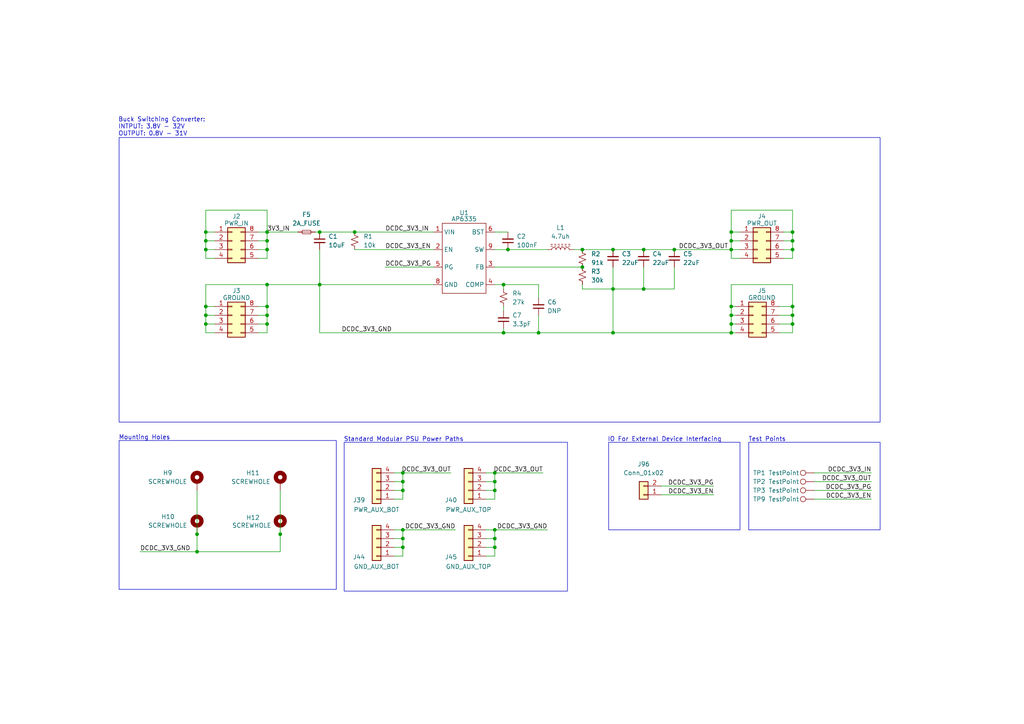
<source format=kicad_sch>
(kicad_sch
	(version 20250114)
	(generator "eeschema")
	(generator_version "9.0")
	(uuid "eaccf4ca-0486-4978-b52c-6e469b773822")
	(paper "A4")
	(title_block
		(title "Modular PSU")
		(company "DanWave Design")
		(comment 1 "Design By: Daniel Manla")
		(comment 2 "Open Hardware")
	)
	(lib_symbols
		(symbol "Connector:TestPoint"
			(pin_numbers
				(hide yes)
			)
			(pin_names
				(offset 0.762)
				(hide yes)
			)
			(exclude_from_sim no)
			(in_bom yes)
			(on_board yes)
			(property "Reference" "TP"
				(at 0 6.858 0)
				(effects
					(font
						(size 1.27 1.27)
					)
				)
			)
			(property "Value" "TestPoint"
				(at 0 5.08 0)
				(effects
					(font
						(size 1.27 1.27)
					)
				)
			)
			(property "Footprint" ""
				(at 5.08 0 0)
				(effects
					(font
						(size 1.27 1.27)
					)
					(hide yes)
				)
			)
			(property "Datasheet" "~"
				(at 5.08 0 0)
				(effects
					(font
						(size 1.27 1.27)
					)
					(hide yes)
				)
			)
			(property "Description" "test point"
				(at 0 0 0)
				(effects
					(font
						(size 1.27 1.27)
					)
					(hide yes)
				)
			)
			(property "ki_keywords" "test point tp"
				(at 0 0 0)
				(effects
					(font
						(size 1.27 1.27)
					)
					(hide yes)
				)
			)
			(property "ki_fp_filters" "Pin* Test*"
				(at 0 0 0)
				(effects
					(font
						(size 1.27 1.27)
					)
					(hide yes)
				)
			)
			(symbol "TestPoint_0_1"
				(circle
					(center 0 3.302)
					(radius 0.762)
					(stroke
						(width 0)
						(type default)
					)
					(fill
						(type none)
					)
				)
			)
			(symbol "TestPoint_1_1"
				(pin passive line
					(at 0 0 90)
					(length 2.54)
					(name "1"
						(effects
							(font
								(size 1.27 1.27)
							)
						)
					)
					(number "1"
						(effects
							(font
								(size 1.27 1.27)
							)
						)
					)
				)
			)
			(embedded_fonts no)
		)
		(symbol "Connector_Generic:Conn_01x02"
			(pin_names
				(offset 1.016)
				(hide yes)
			)
			(exclude_from_sim no)
			(in_bom yes)
			(on_board yes)
			(property "Reference" "J"
				(at 0 2.54 0)
				(effects
					(font
						(size 1.27 1.27)
					)
				)
			)
			(property "Value" "Conn_01x02"
				(at 0 -5.08 0)
				(effects
					(font
						(size 1.27 1.27)
					)
				)
			)
			(property "Footprint" ""
				(at 0 0 0)
				(effects
					(font
						(size 1.27 1.27)
					)
					(hide yes)
				)
			)
			(property "Datasheet" "~"
				(at 0 0 0)
				(effects
					(font
						(size 1.27 1.27)
					)
					(hide yes)
				)
			)
			(property "Description" "Generic connector, single row, 01x02, script generated (kicad-library-utils/schlib/autogen/connector/)"
				(at 0 0 0)
				(effects
					(font
						(size 1.27 1.27)
					)
					(hide yes)
				)
			)
			(property "ki_keywords" "connector"
				(at 0 0 0)
				(effects
					(font
						(size 1.27 1.27)
					)
					(hide yes)
				)
			)
			(property "ki_fp_filters" "Connector*:*_1x??_*"
				(at 0 0 0)
				(effects
					(font
						(size 1.27 1.27)
					)
					(hide yes)
				)
			)
			(symbol "Conn_01x02_1_1"
				(rectangle
					(start -1.27 1.27)
					(end 1.27 -3.81)
					(stroke
						(width 0.254)
						(type default)
					)
					(fill
						(type background)
					)
				)
				(rectangle
					(start -1.27 0.127)
					(end 0 -0.127)
					(stroke
						(width 0.1524)
						(type default)
					)
					(fill
						(type none)
					)
				)
				(rectangle
					(start -1.27 -2.413)
					(end 0 -2.667)
					(stroke
						(width 0.1524)
						(type default)
					)
					(fill
						(type none)
					)
				)
				(pin passive line
					(at -5.08 0 0)
					(length 3.81)
					(name "Pin_1"
						(effects
							(font
								(size 1.27 1.27)
							)
						)
					)
					(number "1"
						(effects
							(font
								(size 1.27 1.27)
							)
						)
					)
				)
				(pin passive line
					(at -5.08 -2.54 0)
					(length 3.81)
					(name "Pin_2"
						(effects
							(font
								(size 1.27 1.27)
							)
						)
					)
					(number "2"
						(effects
							(font
								(size 1.27 1.27)
							)
						)
					)
				)
			)
			(embedded_fonts no)
		)
		(symbol "Connector_Generic:Conn_01x04"
			(pin_names
				(offset 1.016)
				(hide yes)
			)
			(exclude_from_sim no)
			(in_bom yes)
			(on_board yes)
			(property "Reference" "J"
				(at 0 5.08 0)
				(effects
					(font
						(size 1.27 1.27)
					)
				)
			)
			(property "Value" "Conn_01x04"
				(at 0 -7.62 0)
				(effects
					(font
						(size 1.27 1.27)
					)
				)
			)
			(property "Footprint" ""
				(at 0 0 0)
				(effects
					(font
						(size 1.27 1.27)
					)
					(hide yes)
				)
			)
			(property "Datasheet" "~"
				(at 0 0 0)
				(effects
					(font
						(size 1.27 1.27)
					)
					(hide yes)
				)
			)
			(property "Description" "Generic connector, single row, 01x04, script generated (kicad-library-utils/schlib/autogen/connector/)"
				(at 0 0 0)
				(effects
					(font
						(size 1.27 1.27)
					)
					(hide yes)
				)
			)
			(property "ki_keywords" "connector"
				(at 0 0 0)
				(effects
					(font
						(size 1.27 1.27)
					)
					(hide yes)
				)
			)
			(property "ki_fp_filters" "Connector*:*_1x??_*"
				(at 0 0 0)
				(effects
					(font
						(size 1.27 1.27)
					)
					(hide yes)
				)
			)
			(symbol "Conn_01x04_1_1"
				(rectangle
					(start -1.27 3.81)
					(end 1.27 -6.35)
					(stroke
						(width 0.254)
						(type default)
					)
					(fill
						(type background)
					)
				)
				(rectangle
					(start -1.27 2.667)
					(end 0 2.413)
					(stroke
						(width 0.1524)
						(type default)
					)
					(fill
						(type none)
					)
				)
				(rectangle
					(start -1.27 0.127)
					(end 0 -0.127)
					(stroke
						(width 0.1524)
						(type default)
					)
					(fill
						(type none)
					)
				)
				(rectangle
					(start -1.27 -2.413)
					(end 0 -2.667)
					(stroke
						(width 0.1524)
						(type default)
					)
					(fill
						(type none)
					)
				)
				(rectangle
					(start -1.27 -4.953)
					(end 0 -5.207)
					(stroke
						(width 0.1524)
						(type default)
					)
					(fill
						(type none)
					)
				)
				(pin passive line
					(at -5.08 2.54 0)
					(length 3.81)
					(name "Pin_1"
						(effects
							(font
								(size 1.27 1.27)
							)
						)
					)
					(number "1"
						(effects
							(font
								(size 1.27 1.27)
							)
						)
					)
				)
				(pin passive line
					(at -5.08 0 0)
					(length 3.81)
					(name "Pin_2"
						(effects
							(font
								(size 1.27 1.27)
							)
						)
					)
					(number "2"
						(effects
							(font
								(size 1.27 1.27)
							)
						)
					)
				)
				(pin passive line
					(at -5.08 -2.54 0)
					(length 3.81)
					(name "Pin_3"
						(effects
							(font
								(size 1.27 1.27)
							)
						)
					)
					(number "3"
						(effects
							(font
								(size 1.27 1.27)
							)
						)
					)
				)
				(pin passive line
					(at -5.08 -5.08 0)
					(length 3.81)
					(name "Pin_4"
						(effects
							(font
								(size 1.27 1.27)
							)
						)
					)
					(number "4"
						(effects
							(font
								(size 1.27 1.27)
							)
						)
					)
				)
			)
			(embedded_fonts no)
		)
		(symbol "Connector_Generic:Conn_02x04_Counter_Clockwise"
			(pin_names
				(offset 1.016)
				(hide yes)
			)
			(exclude_from_sim no)
			(in_bom yes)
			(on_board yes)
			(property "Reference" "J"
				(at 1.27 5.08 0)
				(effects
					(font
						(size 1.27 1.27)
					)
				)
			)
			(property "Value" "Conn_02x04_Counter_Clockwise"
				(at 1.27 -7.62 0)
				(effects
					(font
						(size 1.27 1.27)
					)
				)
			)
			(property "Footprint" ""
				(at 0 0 0)
				(effects
					(font
						(size 1.27 1.27)
					)
					(hide yes)
				)
			)
			(property "Datasheet" "~"
				(at 0 0 0)
				(effects
					(font
						(size 1.27 1.27)
					)
					(hide yes)
				)
			)
			(property "Description" "Generic connector, double row, 02x04, counter clockwise pin numbering scheme (similar to DIP package numbering), script generated (kicad-library-utils/schlib/autogen/connector/)"
				(at 0 0 0)
				(effects
					(font
						(size 1.27 1.27)
					)
					(hide yes)
				)
			)
			(property "ki_keywords" "connector"
				(at 0 0 0)
				(effects
					(font
						(size 1.27 1.27)
					)
					(hide yes)
				)
			)
			(property "ki_fp_filters" "Connector*:*_2x??_*"
				(at 0 0 0)
				(effects
					(font
						(size 1.27 1.27)
					)
					(hide yes)
				)
			)
			(symbol "Conn_02x04_Counter_Clockwise_1_1"
				(rectangle
					(start -1.27 3.81)
					(end 3.81 -6.35)
					(stroke
						(width 0.254)
						(type default)
					)
					(fill
						(type background)
					)
				)
				(rectangle
					(start -1.27 2.667)
					(end 0 2.413)
					(stroke
						(width 0.1524)
						(type default)
					)
					(fill
						(type none)
					)
				)
				(rectangle
					(start -1.27 0.127)
					(end 0 -0.127)
					(stroke
						(width 0.1524)
						(type default)
					)
					(fill
						(type none)
					)
				)
				(rectangle
					(start -1.27 -2.413)
					(end 0 -2.667)
					(stroke
						(width 0.1524)
						(type default)
					)
					(fill
						(type none)
					)
				)
				(rectangle
					(start -1.27 -4.953)
					(end 0 -5.207)
					(stroke
						(width 0.1524)
						(type default)
					)
					(fill
						(type none)
					)
				)
				(rectangle
					(start 3.81 2.667)
					(end 2.54 2.413)
					(stroke
						(width 0.1524)
						(type default)
					)
					(fill
						(type none)
					)
				)
				(rectangle
					(start 3.81 0.127)
					(end 2.54 -0.127)
					(stroke
						(width 0.1524)
						(type default)
					)
					(fill
						(type none)
					)
				)
				(rectangle
					(start 3.81 -2.413)
					(end 2.54 -2.667)
					(stroke
						(width 0.1524)
						(type default)
					)
					(fill
						(type none)
					)
				)
				(rectangle
					(start 3.81 -4.953)
					(end 2.54 -5.207)
					(stroke
						(width 0.1524)
						(type default)
					)
					(fill
						(type none)
					)
				)
				(pin passive line
					(at -5.08 2.54 0)
					(length 3.81)
					(name "Pin_1"
						(effects
							(font
								(size 1.27 1.27)
							)
						)
					)
					(number "1"
						(effects
							(font
								(size 1.27 1.27)
							)
						)
					)
				)
				(pin passive line
					(at -5.08 0 0)
					(length 3.81)
					(name "Pin_2"
						(effects
							(font
								(size 1.27 1.27)
							)
						)
					)
					(number "2"
						(effects
							(font
								(size 1.27 1.27)
							)
						)
					)
				)
				(pin passive line
					(at -5.08 -2.54 0)
					(length 3.81)
					(name "Pin_3"
						(effects
							(font
								(size 1.27 1.27)
							)
						)
					)
					(number "3"
						(effects
							(font
								(size 1.27 1.27)
							)
						)
					)
				)
				(pin passive line
					(at -5.08 -5.08 0)
					(length 3.81)
					(name "Pin_4"
						(effects
							(font
								(size 1.27 1.27)
							)
						)
					)
					(number "4"
						(effects
							(font
								(size 1.27 1.27)
							)
						)
					)
				)
				(pin passive line
					(at 7.62 2.54 180)
					(length 3.81)
					(name "Pin_8"
						(effects
							(font
								(size 1.27 1.27)
							)
						)
					)
					(number "8"
						(effects
							(font
								(size 1.27 1.27)
							)
						)
					)
				)
				(pin passive line
					(at 7.62 0 180)
					(length 3.81)
					(name "Pin_7"
						(effects
							(font
								(size 1.27 1.27)
							)
						)
					)
					(number "7"
						(effects
							(font
								(size 1.27 1.27)
							)
						)
					)
				)
				(pin passive line
					(at 7.62 -2.54 180)
					(length 3.81)
					(name "Pin_6"
						(effects
							(font
								(size 1.27 1.27)
							)
						)
					)
					(number "6"
						(effects
							(font
								(size 1.27 1.27)
							)
						)
					)
				)
				(pin passive line
					(at 7.62 -5.08 180)
					(length 3.81)
					(name "Pin_5"
						(effects
							(font
								(size 1.27 1.27)
							)
						)
					)
					(number "5"
						(effects
							(font
								(size 1.27 1.27)
							)
						)
					)
				)
			)
			(embedded_fonts no)
		)
		(symbol "Device:C_Small"
			(pin_numbers
				(hide yes)
			)
			(pin_names
				(offset 0.254)
				(hide yes)
			)
			(exclude_from_sim no)
			(in_bom yes)
			(on_board yes)
			(property "Reference" "C"
				(at 0.254 1.778 0)
				(effects
					(font
						(size 1.27 1.27)
					)
					(justify left)
				)
			)
			(property "Value" "C_Small"
				(at 0.254 -2.032 0)
				(effects
					(font
						(size 1.27 1.27)
					)
					(justify left)
				)
			)
			(property "Footprint" ""
				(at 0 0 0)
				(effects
					(font
						(size 1.27 1.27)
					)
					(hide yes)
				)
			)
			(property "Datasheet" "~"
				(at 0 0 0)
				(effects
					(font
						(size 1.27 1.27)
					)
					(hide yes)
				)
			)
			(property "Description" "Unpolarized capacitor, small symbol"
				(at 0 0 0)
				(effects
					(font
						(size 1.27 1.27)
					)
					(hide yes)
				)
			)
			(property "ki_keywords" "capacitor cap"
				(at 0 0 0)
				(effects
					(font
						(size 1.27 1.27)
					)
					(hide yes)
				)
			)
			(property "ki_fp_filters" "C_*"
				(at 0 0 0)
				(effects
					(font
						(size 1.27 1.27)
					)
					(hide yes)
				)
			)
			(symbol "C_Small_0_1"
				(polyline
					(pts
						(xy -1.524 0.508) (xy 1.524 0.508)
					)
					(stroke
						(width 0.3048)
						(type default)
					)
					(fill
						(type none)
					)
				)
				(polyline
					(pts
						(xy -1.524 -0.508) (xy 1.524 -0.508)
					)
					(stroke
						(width 0.3302)
						(type default)
					)
					(fill
						(type none)
					)
				)
			)
			(symbol "C_Small_1_1"
				(pin passive line
					(at 0 2.54 270)
					(length 2.032)
					(name "~"
						(effects
							(font
								(size 1.27 1.27)
							)
						)
					)
					(number "1"
						(effects
							(font
								(size 1.27 1.27)
							)
						)
					)
				)
				(pin passive line
					(at 0 -2.54 90)
					(length 2.032)
					(name "~"
						(effects
							(font
								(size 1.27 1.27)
							)
						)
					)
					(number "2"
						(effects
							(font
								(size 1.27 1.27)
							)
						)
					)
				)
			)
			(embedded_fonts no)
		)
		(symbol "Device:Fuse_Small"
			(pin_numbers
				(hide yes)
			)
			(pin_names
				(offset 0.254)
				(hide yes)
			)
			(exclude_from_sim no)
			(in_bom yes)
			(on_board yes)
			(property "Reference" "F"
				(at 0 -1.524 0)
				(effects
					(font
						(size 1.27 1.27)
					)
				)
			)
			(property "Value" "Fuse_Small"
				(at 0 1.524 0)
				(effects
					(font
						(size 1.27 1.27)
					)
				)
			)
			(property "Footprint" ""
				(at 0 0 0)
				(effects
					(font
						(size 1.27 1.27)
					)
					(hide yes)
				)
			)
			(property "Datasheet" "~"
				(at 0 0 0)
				(effects
					(font
						(size 1.27 1.27)
					)
					(hide yes)
				)
			)
			(property "Description" "Fuse, small symbol"
				(at 0 0 0)
				(effects
					(font
						(size 1.27 1.27)
					)
					(hide yes)
				)
			)
			(property "ki_keywords" "fuse"
				(at 0 0 0)
				(effects
					(font
						(size 1.27 1.27)
					)
					(hide yes)
				)
			)
			(property "ki_fp_filters" "*Fuse*"
				(at 0 0 0)
				(effects
					(font
						(size 1.27 1.27)
					)
					(hide yes)
				)
			)
			(symbol "Fuse_Small_0_1"
				(rectangle
					(start -1.27 0.508)
					(end 1.27 -0.508)
					(stroke
						(width 0)
						(type default)
					)
					(fill
						(type none)
					)
				)
				(polyline
					(pts
						(xy -1.27 0) (xy 1.27 0)
					)
					(stroke
						(width 0)
						(type default)
					)
					(fill
						(type none)
					)
				)
			)
			(symbol "Fuse_Small_1_1"
				(pin passive line
					(at -2.54 0 0)
					(length 1.27)
					(name "~"
						(effects
							(font
								(size 1.27 1.27)
							)
						)
					)
					(number "1"
						(effects
							(font
								(size 1.27 1.27)
							)
						)
					)
				)
				(pin passive line
					(at 2.54 0 180)
					(length 1.27)
					(name "~"
						(effects
							(font
								(size 1.27 1.27)
							)
						)
					)
					(number "2"
						(effects
							(font
								(size 1.27 1.27)
							)
						)
					)
				)
			)
			(embedded_fonts no)
		)
		(symbol "Device:L_Ferrite"
			(pin_numbers
				(hide yes)
			)
			(pin_names
				(offset 1.016)
				(hide yes)
			)
			(exclude_from_sim no)
			(in_bom yes)
			(on_board yes)
			(property "Reference" "L"
				(at -1.27 0 90)
				(effects
					(font
						(size 1.27 1.27)
					)
				)
			)
			(property "Value" "L_Ferrite"
				(at 2.794 0 90)
				(effects
					(font
						(size 1.27 1.27)
					)
				)
			)
			(property "Footprint" ""
				(at 0 0 0)
				(effects
					(font
						(size 1.27 1.27)
					)
					(hide yes)
				)
			)
			(property "Datasheet" "~"
				(at 0 0 0)
				(effects
					(font
						(size 1.27 1.27)
					)
					(hide yes)
				)
			)
			(property "Description" "Inductor with ferrite core"
				(at 0 0 0)
				(effects
					(font
						(size 1.27 1.27)
					)
					(hide yes)
				)
			)
			(property "ki_keywords" "inductor choke coil reactor magnetic"
				(at 0 0 0)
				(effects
					(font
						(size 1.27 1.27)
					)
					(hide yes)
				)
			)
			(property "ki_fp_filters" "Choke_* *Coil* Inductor_* L_*"
				(at 0 0 0)
				(effects
					(font
						(size 1.27 1.27)
					)
					(hide yes)
				)
			)
			(symbol "L_Ferrite_0_1"
				(arc
					(start 0 2.54)
					(mid 0.6323 1.905)
					(end 0 1.27)
					(stroke
						(width 0)
						(type default)
					)
					(fill
						(type none)
					)
				)
				(arc
					(start 0 1.27)
					(mid 0.6323 0.635)
					(end 0 0)
					(stroke
						(width 0)
						(type default)
					)
					(fill
						(type none)
					)
				)
				(arc
					(start 0 0)
					(mid 0.6323 -0.635)
					(end 0 -1.27)
					(stroke
						(width 0)
						(type default)
					)
					(fill
						(type none)
					)
				)
				(arc
					(start 0 -1.27)
					(mid 0.6323 -1.905)
					(end 0 -2.54)
					(stroke
						(width 0)
						(type default)
					)
					(fill
						(type none)
					)
				)
				(polyline
					(pts
						(xy 1.016 2.286) (xy 1.016 2.794)
					)
					(stroke
						(width 0)
						(type default)
					)
					(fill
						(type none)
					)
				)
				(polyline
					(pts
						(xy 1.016 1.27) (xy 1.016 1.778)
					)
					(stroke
						(width 0)
						(type default)
					)
					(fill
						(type none)
					)
				)
				(polyline
					(pts
						(xy 1.016 0.254) (xy 1.016 0.762)
					)
					(stroke
						(width 0)
						(type default)
					)
					(fill
						(type none)
					)
				)
				(polyline
					(pts
						(xy 1.016 -0.762) (xy 1.016 -0.254)
					)
					(stroke
						(width 0)
						(type default)
					)
					(fill
						(type none)
					)
				)
				(polyline
					(pts
						(xy 1.016 -1.778) (xy 1.016 -1.27)
					)
					(stroke
						(width 0)
						(type default)
					)
					(fill
						(type none)
					)
				)
				(polyline
					(pts
						(xy 1.016 -2.794) (xy 1.016 -2.286)
					)
					(stroke
						(width 0)
						(type default)
					)
					(fill
						(type none)
					)
				)
				(polyline
					(pts
						(xy 1.524 2.794) (xy 1.524 2.286)
					)
					(stroke
						(width 0)
						(type default)
					)
					(fill
						(type none)
					)
				)
				(polyline
					(pts
						(xy 1.524 1.778) (xy 1.524 1.27)
					)
					(stroke
						(width 0)
						(type default)
					)
					(fill
						(type none)
					)
				)
				(polyline
					(pts
						(xy 1.524 0.762) (xy 1.524 0.254)
					)
					(stroke
						(width 0)
						(type default)
					)
					(fill
						(type none)
					)
				)
				(polyline
					(pts
						(xy 1.524 -0.254) (xy 1.524 -0.762)
					)
					(stroke
						(width 0)
						(type default)
					)
					(fill
						(type none)
					)
				)
				(polyline
					(pts
						(xy 1.524 -1.27) (xy 1.524 -1.778)
					)
					(stroke
						(width 0)
						(type default)
					)
					(fill
						(type none)
					)
				)
				(polyline
					(pts
						(xy 1.524 -2.286) (xy 1.524 -2.794)
					)
					(stroke
						(width 0)
						(type default)
					)
					(fill
						(type none)
					)
				)
			)
			(symbol "L_Ferrite_1_1"
				(pin passive line
					(at 0 3.81 270)
					(length 1.27)
					(name "1"
						(effects
							(font
								(size 1.27 1.27)
							)
						)
					)
					(number "1"
						(effects
							(font
								(size 1.27 1.27)
							)
						)
					)
				)
				(pin passive line
					(at 0 -3.81 90)
					(length 1.27)
					(name "2"
						(effects
							(font
								(size 1.27 1.27)
							)
						)
					)
					(number "2"
						(effects
							(font
								(size 1.27 1.27)
							)
						)
					)
				)
			)
			(embedded_fonts no)
		)
		(symbol "Device:R_Small_US"
			(pin_numbers
				(hide yes)
			)
			(pin_names
				(offset 0.254)
				(hide yes)
			)
			(exclude_from_sim no)
			(in_bom yes)
			(on_board yes)
			(property "Reference" "R"
				(at 0.762 0.508 0)
				(effects
					(font
						(size 1.27 1.27)
					)
					(justify left)
				)
			)
			(property "Value" "R_Small_US"
				(at 0.762 -1.016 0)
				(effects
					(font
						(size 1.27 1.27)
					)
					(justify left)
				)
			)
			(property "Footprint" ""
				(at 0 0 0)
				(effects
					(font
						(size 1.27 1.27)
					)
					(hide yes)
				)
			)
			(property "Datasheet" "~"
				(at 0 0 0)
				(effects
					(font
						(size 1.27 1.27)
					)
					(hide yes)
				)
			)
			(property "Description" "Resistor, small US symbol"
				(at 0 0 0)
				(effects
					(font
						(size 1.27 1.27)
					)
					(hide yes)
				)
			)
			(property "ki_keywords" "r resistor"
				(at 0 0 0)
				(effects
					(font
						(size 1.27 1.27)
					)
					(hide yes)
				)
			)
			(property "ki_fp_filters" "R_*"
				(at 0 0 0)
				(effects
					(font
						(size 1.27 1.27)
					)
					(hide yes)
				)
			)
			(symbol "R_Small_US_1_1"
				(polyline
					(pts
						(xy 0 1.524) (xy 1.016 1.143) (xy 0 0.762) (xy -1.016 0.381) (xy 0 0)
					)
					(stroke
						(width 0)
						(type default)
					)
					(fill
						(type none)
					)
				)
				(polyline
					(pts
						(xy 0 0) (xy 1.016 -0.381) (xy 0 -0.762) (xy -1.016 -1.143) (xy 0 -1.524)
					)
					(stroke
						(width 0)
						(type default)
					)
					(fill
						(type none)
					)
				)
				(pin passive line
					(at 0 2.54 270)
					(length 1.016)
					(name "~"
						(effects
							(font
								(size 1.27 1.27)
							)
						)
					)
					(number "1"
						(effects
							(font
								(size 1.27 1.27)
							)
						)
					)
				)
				(pin passive line
					(at 0 -2.54 90)
					(length 1.016)
					(name "~"
						(effects
							(font
								(size 1.27 1.27)
							)
						)
					)
					(number "2"
						(effects
							(font
								(size 1.27 1.27)
							)
						)
					)
				)
			)
			(embedded_fonts no)
		)
		(symbol "EXT_DCDC:AP63356Q"
			(exclude_from_sim no)
			(in_bom yes)
			(on_board yes)
			(property "Reference" "U"
				(at 0 1.016 0)
				(effects
					(font
						(size 1.27 1.27)
					)
				)
			)
			(property "Value" ""
				(at 0 0 0)
				(effects
					(font
						(size 1.27 1.27)
					)
				)
			)
			(property "Footprint" ""
				(at 0 0 0)
				(effects
					(font
						(size 1.27 1.27)
					)
					(hide yes)
				)
			)
			(property "Datasheet" ""
				(at 0 0 0)
				(effects
					(font
						(size 1.27 1.27)
					)
					(hide yes)
				)
			)
			(property "Description" ""
				(at 0 0 0)
				(effects
					(font
						(size 1.27 1.27)
					)
					(hide yes)
				)
			)
			(symbol "AP63356Q_0_1"
				(rectangle
					(start -6.35 0)
					(end 6.35 -20.32)
					(stroke
						(width 0)
						(type default)
					)
					(fill
						(type none)
					)
				)
			)
			(symbol "AP63356Q_1_1"
				(pin input line
					(at -8.89 -2.54 0)
					(length 2.54)
					(name "VIN"
						(effects
							(font
								(size 1.27 1.27)
							)
						)
					)
					(number "1"
						(effects
							(font
								(size 1.27 1.27)
							)
						)
					)
				)
				(pin input line
					(at -8.89 -7.62 0)
					(length 2.54)
					(name "EN"
						(effects
							(font
								(size 1.27 1.27)
							)
						)
					)
					(number "2"
						(effects
							(font
								(size 1.27 1.27)
							)
						)
					)
				)
				(pin output line
					(at -8.89 -12.7 0)
					(length 2.54)
					(name "PG"
						(effects
							(font
								(size 1.27 1.27)
							)
						)
					)
					(number "5"
						(effects
							(font
								(size 1.27 1.27)
							)
						)
					)
				)
				(pin no_connect line
					(at -8.89 -15.24 0)
					(length 2.54)
					(hide yes)
					(name "NC"
						(effects
							(font
								(size 1.27 1.27)
							)
						)
					)
					(number "7"
						(effects
							(font
								(size 1.27 1.27)
							)
						)
					)
				)
				(pin power_in line
					(at -8.89 -17.78 0)
					(length 2.54)
					(name "GND"
						(effects
							(font
								(size 1.27 1.27)
							)
						)
					)
					(number "8"
						(effects
							(font
								(size 1.27 1.27)
							)
						)
					)
				)
				(pin input line
					(at 8.89 -2.54 180)
					(length 2.54)
					(name "BST"
						(effects
							(font
								(size 1.27 1.27)
							)
						)
					)
					(number "6"
						(effects
							(font
								(size 1.27 1.27)
							)
						)
					)
				)
				(pin bidirectional line
					(at 8.89 -7.62 180)
					(length 2.54)
					(name "SW"
						(effects
							(font
								(size 1.27 1.27)
							)
						)
					)
					(number "9"
						(effects
							(font
								(size 1.27 1.27)
							)
						)
					)
				)
				(pin input line
					(at 8.89 -12.7 180)
					(length 2.54)
					(name "FB"
						(effects
							(font
								(size 1.27 1.27)
							)
						)
					)
					(number "3"
						(effects
							(font
								(size 1.27 1.27)
							)
						)
					)
				)
				(pin input line
					(at 8.89 -17.78 180)
					(length 2.54)
					(name "COMP"
						(effects
							(font
								(size 1.27 1.27)
							)
						)
					)
					(number "4"
						(effects
							(font
								(size 1.27 1.27)
							)
						)
					)
				)
			)
			(embedded_fonts no)
		)
		(symbol "Mechanical:MountingHole_Pad"
			(pin_numbers
				(hide yes)
			)
			(pin_names
				(offset 1.016)
				(hide yes)
			)
			(exclude_from_sim yes)
			(in_bom no)
			(on_board yes)
			(property "Reference" "H"
				(at 0 6.35 0)
				(effects
					(font
						(size 1.27 1.27)
					)
				)
			)
			(property "Value" "MountingHole_Pad"
				(at 0 4.445 0)
				(effects
					(font
						(size 1.27 1.27)
					)
				)
			)
			(property "Footprint" ""
				(at 0 0 0)
				(effects
					(font
						(size 1.27 1.27)
					)
					(hide yes)
				)
			)
			(property "Datasheet" "~"
				(at 0 0 0)
				(effects
					(font
						(size 1.27 1.27)
					)
					(hide yes)
				)
			)
			(property "Description" "Mounting Hole with connection"
				(at 0 0 0)
				(effects
					(font
						(size 1.27 1.27)
					)
					(hide yes)
				)
			)
			(property "ki_keywords" "mounting hole"
				(at 0 0 0)
				(effects
					(font
						(size 1.27 1.27)
					)
					(hide yes)
				)
			)
			(property "ki_fp_filters" "MountingHole*Pad*"
				(at 0 0 0)
				(effects
					(font
						(size 1.27 1.27)
					)
					(hide yes)
				)
			)
			(symbol "MountingHole_Pad_0_1"
				(circle
					(center 0 1.27)
					(radius 1.27)
					(stroke
						(width 1.27)
						(type default)
					)
					(fill
						(type none)
					)
				)
			)
			(symbol "MountingHole_Pad_1_1"
				(pin input line
					(at 0 -2.54 90)
					(length 2.54)
					(name "1"
						(effects
							(font
								(size 1.27 1.27)
							)
						)
					)
					(number "1"
						(effects
							(font
								(size 1.27 1.27)
							)
						)
					)
				)
			)
			(embedded_fonts no)
		)
	)
	(rectangle
		(start 34.544 127.762)
		(end 97.536 170.942)
		(stroke
			(width 0)
			(type default)
		)
		(fill
			(type none)
		)
		(uuid 4bbd1b12-232a-4d7f-85f7-0ecfd4c1f238)
	)
	(rectangle
		(start 34.544 39.878)
		(end 255.27 122.428)
		(stroke
			(width 0)
			(type default)
		)
		(fill
			(type none)
		)
		(uuid 536a1a44-e829-4695-aff3-bf63b330bf39)
	)
	(rectangle
		(start 176.53 128.27)
		(end 214.63 153.67)
		(stroke
			(width 0)
			(type default)
		)
		(fill
			(type none)
		)
		(uuid 5a81c84a-9cb5-4aa1-a97e-489f2aba9f64)
	)
	(rectangle
		(start 217.17 128.27)
		(end 255.27 153.67)
		(stroke
			(width 0)
			(type default)
		)
		(fill
			(type none)
		)
		(uuid dcf085ac-a04e-4e73-8050-7eb9052c249b)
	)
	(rectangle
		(start 99.822 128.27)
		(end 164.592 171.45)
		(stroke
			(width 0)
			(type default)
		)
		(fill
			(type none)
		)
		(uuid f00a0ccd-6f34-41a0-8a65-f0e9e022e1ae)
	)
	(text "Test Points"
		(exclude_from_sim no)
		(at 222.504 127.508 0)
		(effects
			(font
				(size 1.27 1.27)
			)
		)
		(uuid "045ec6a8-2222-46eb-ab56-0801095269b8")
	)
	(text "Mounting Holes"
		(exclude_from_sim no)
		(at 41.91 127 0)
		(effects
			(font
				(size 1.27 1.27)
			)
		)
		(uuid "6b706ab5-837a-4dca-afcb-ac4493af3bdf")
	)
	(text "Standard Modular PSU Power Paths"
		(exclude_from_sim no)
		(at 117.094 127.508 0)
		(effects
			(font
				(size 1.27 1.27)
			)
		)
		(uuid "c04ac5d6-d819-433f-9be2-3fb8c98554bb")
	)
	(text "IO For External Device Interfacing"
		(exclude_from_sim no)
		(at 192.786 127.508 0)
		(effects
			(font
				(size 1.27 1.27)
			)
		)
		(uuid "caa720bd-63a7-49cb-8fa1-7172f0494533")
	)
	(text "Buck Switching Converter: \nINTPUT: 3.8V - 32V\nOUTPUT: 0.8V - 31V"
		(exclude_from_sim no)
		(at 34.29 36.83 0)
		(effects
			(font
				(size 1.27 1.27)
			)
			(justify left)
		)
		(uuid "d3f135de-c5b2-4fe3-a966-d3d849962955")
	)
	(junction
		(at 146.05 82.55)
		(diameter 0)
		(color 0 0 0 0)
		(uuid "10802cf4-0cb5-4aff-91fa-9d0a4cf299d4")
	)
	(junction
		(at 177.8 72.39)
		(diameter 0)
		(color 0 0 0 0)
		(uuid "116a51b9-3d4a-48f5-ae61-16fbea757549")
	)
	(junction
		(at 229.87 67.31)
		(diameter 0)
		(color 0 0 0 0)
		(uuid "1866d24f-a8e5-4c40-870d-07dde9f89e00")
	)
	(junction
		(at 146.05 96.52)
		(diameter 0)
		(color 0 0 0 0)
		(uuid "192b14a8-9b9e-4881-b0f2-ea4e1ced0dd6")
	)
	(junction
		(at 59.69 67.31)
		(diameter 0)
		(color 0 0 0 0)
		(uuid "1b53adf2-19c7-4569-b237-4e3a2fd684d3")
	)
	(junction
		(at 81.28 154.94)
		(diameter 0)
		(color 0 0 0 0)
		(uuid "244ebdfd-e53f-4daa-a6e5-5b91b8244d42")
	)
	(junction
		(at 195.58 72.39)
		(diameter 0)
		(color 0 0 0 0)
		(uuid "2ea82825-445a-43da-8dad-93069407affb")
	)
	(junction
		(at 77.47 82.55)
		(diameter 0)
		(color 0 0 0 0)
		(uuid "30da4b3c-3cbe-457c-857e-6c09c7ca1626")
	)
	(junction
		(at 59.69 88.9)
		(diameter 0)
		(color 0 0 0 0)
		(uuid "31d7c06f-0595-455e-ba0c-021c4e63169c")
	)
	(junction
		(at 177.8 83.82)
		(diameter 0)
		(color 0 0 0 0)
		(uuid "3b6de6af-4bca-4398-94ee-09ee628d4b88")
	)
	(junction
		(at 143.51 137.16)
		(diameter 0)
		(color 0 0 0 0)
		(uuid "3ba1f311-7546-48a5-8735-beb9fdcd0c03")
	)
	(junction
		(at 143.51 158.75)
		(diameter 0)
		(color 0 0 0 0)
		(uuid "41d77341-1272-4673-855f-346a383abe8a")
	)
	(junction
		(at 77.47 67.31)
		(diameter 0)
		(color 0 0 0 0)
		(uuid "4c5f2579-8812-423a-b61b-ef66fbe939b8")
	)
	(junction
		(at 77.47 88.9)
		(diameter 0)
		(color 0 0 0 0)
		(uuid "53e645b5-130f-4de1-be1d-8cdd525cf59e")
	)
	(junction
		(at 59.69 72.39)
		(diameter 0)
		(color 0 0 0 0)
		(uuid "553dcc8d-b8ed-4d3f-af2f-e767b1b79bde")
	)
	(junction
		(at 59.69 93.98)
		(diameter 0)
		(color 0 0 0 0)
		(uuid "562a375e-5e81-4ade-9788-364b10398679")
	)
	(junction
		(at 229.87 93.98)
		(diameter 0)
		(color 0 0 0 0)
		(uuid "58fecd6e-3f62-4e12-acda-540baa5cdcfd")
	)
	(junction
		(at 116.84 137.16)
		(diameter 0)
		(color 0 0 0 0)
		(uuid "5c7fcbf5-8ae2-4de6-94b3-dc66dc6d1331")
	)
	(junction
		(at 92.71 82.55)
		(diameter 0)
		(color 0 0 0 0)
		(uuid "5ea48e91-0e1a-434f-827c-5199ad56f051")
	)
	(junction
		(at 212.09 93.98)
		(diameter 0)
		(color 0 0 0 0)
		(uuid "66e28fd2-dc5c-406a-9ccb-74b438d0b8fb")
	)
	(junction
		(at 186.69 72.39)
		(diameter 0)
		(color 0 0 0 0)
		(uuid "695ca443-f3f3-4351-9de7-b9299a5581ec")
	)
	(junction
		(at 77.47 69.85)
		(diameter 0)
		(color 0 0 0 0)
		(uuid "69f8b62c-ae6c-457f-89ff-9c93355f72ea")
	)
	(junction
		(at 168.91 72.39)
		(diameter 0)
		(color 0 0 0 0)
		(uuid "6b7b41c9-0e74-48e6-a416-cbde9c5e6b81")
	)
	(junction
		(at 143.51 153.67)
		(diameter 0)
		(color 0 0 0 0)
		(uuid "714b4727-19ae-46c8-894a-ba93c62817e1")
	)
	(junction
		(at 229.87 88.9)
		(diameter 0)
		(color 0 0 0 0)
		(uuid "71e1cd24-3df0-4b9a-a103-2ae72d7b99f7")
	)
	(junction
		(at 212.09 91.44)
		(diameter 0)
		(color 0 0 0 0)
		(uuid "764578d1-cb9c-4b97-8362-48a0b47e6e48")
	)
	(junction
		(at 116.84 156.21)
		(diameter 0)
		(color 0 0 0 0)
		(uuid "796d4a89-6940-408e-b265-5455fdc612eb")
	)
	(junction
		(at 77.47 91.44)
		(diameter 0)
		(color 0 0 0 0)
		(uuid "7ba52fbf-678f-47ff-83cb-b9db34c7c8bc")
	)
	(junction
		(at 212.09 69.85)
		(diameter 0)
		(color 0 0 0 0)
		(uuid "7e5f16da-c169-4a1a-abc6-c640bf7ccf7c")
	)
	(junction
		(at 143.51 142.24)
		(diameter 0)
		(color 0 0 0 0)
		(uuid "81f92b5f-fe21-41ff-8988-be1a6177e33f")
	)
	(junction
		(at 212.09 72.39)
		(diameter 0)
		(color 0 0 0 0)
		(uuid "8386c29f-07b4-4bdb-8e9f-9fe1d26bf458")
	)
	(junction
		(at 212.09 88.9)
		(diameter 0)
		(color 0 0 0 0)
		(uuid "914616f0-30c6-4934-8c00-e084c25ace77")
	)
	(junction
		(at 147.32 72.39)
		(diameter 0)
		(color 0 0 0 0)
		(uuid "992c48a6-a743-4122-8373-0c125c49b58a")
	)
	(junction
		(at 229.87 72.39)
		(diameter 0)
		(color 0 0 0 0)
		(uuid "a25b5f27-9428-4ac1-85bb-f9bf163399f2")
	)
	(junction
		(at 77.47 72.39)
		(diameter 0)
		(color 0 0 0 0)
		(uuid "a5468159-378f-4721-bc3e-56c20332208b")
	)
	(junction
		(at 116.84 153.67)
		(diameter 0)
		(color 0 0 0 0)
		(uuid "a9c29eee-1fb2-49ba-8523-4a185dd70aea")
	)
	(junction
		(at 212.09 96.52)
		(diameter 0)
		(color 0 0 0 0)
		(uuid "ac7eefa2-b1a2-4e70-9944-684f630b19b0")
	)
	(junction
		(at 57.15 154.94)
		(diameter 0)
		(color 0 0 0 0)
		(uuid "ad938f29-14d3-4e2b-af27-1e0fd853ec96")
	)
	(junction
		(at 116.84 158.75)
		(diameter 0)
		(color 0 0 0 0)
		(uuid "b54c11ce-b64a-45a5-b88f-35ccad6c7c83")
	)
	(junction
		(at 143.51 139.7)
		(diameter 0)
		(color 0 0 0 0)
		(uuid "bd8dd11e-344d-4e06-9cb2-66b91cf9c6d8")
	)
	(junction
		(at 186.69 83.82)
		(diameter 0)
		(color 0 0 0 0)
		(uuid "beb22cac-3046-4e03-8dd7-1d002d5e7330")
	)
	(junction
		(at 59.69 69.85)
		(diameter 0)
		(color 0 0 0 0)
		(uuid "c2c87a7e-584f-4c0f-b3df-a6e92185a3a3")
	)
	(junction
		(at 177.8 96.52)
		(diameter 0)
		(color 0 0 0 0)
		(uuid "c2d3e603-f7e7-44c2-8f57-0bf7c5359a06")
	)
	(junction
		(at 59.69 91.44)
		(diameter 0)
		(color 0 0 0 0)
		(uuid "c5b4b08a-2497-441c-9975-2129878ea187")
	)
	(junction
		(at 143.51 156.21)
		(diameter 0)
		(color 0 0 0 0)
		(uuid "c73d99b2-194e-498e-9929-6ecda7cbfa08")
	)
	(junction
		(at 229.87 91.44)
		(diameter 0)
		(color 0 0 0 0)
		(uuid "ca7b3dcf-78a8-46a0-9a04-26132ef45574")
	)
	(junction
		(at 116.84 139.7)
		(diameter 0)
		(color 0 0 0 0)
		(uuid "d6ce3982-2b1b-4c20-b7e6-315a6e731189")
	)
	(junction
		(at 168.91 77.47)
		(diameter 0)
		(color 0 0 0 0)
		(uuid "dbeb119a-b94b-41fc-b0bb-b4f8210069bc")
	)
	(junction
		(at 156.21 96.52)
		(diameter 0)
		(color 0 0 0 0)
		(uuid "e034df27-a125-4e18-9861-4c15ff07cfc4")
	)
	(junction
		(at 57.15 160.02)
		(diameter 0)
		(color 0 0 0 0)
		(uuid "e794e63d-5f7f-40d1-af14-2e6619ca5cc6")
	)
	(junction
		(at 77.47 93.98)
		(diameter 0)
		(color 0 0 0 0)
		(uuid "ebf85311-be32-4b9a-8c8e-ba92cf1e8986")
	)
	(junction
		(at 229.87 69.85)
		(diameter 0)
		(color 0 0 0 0)
		(uuid "ed0fd165-c224-4285-8173-c3d9a62e2860")
	)
	(junction
		(at 212.09 67.31)
		(diameter 0)
		(color 0 0 0 0)
		(uuid "edbfadf2-8042-4c8a-b0de-23c882209e1c")
	)
	(junction
		(at 102.87 67.31)
		(diameter 0)
		(color 0 0 0 0)
		(uuid "f3def138-43a4-4faf-925f-0653d7635ea5")
	)
	(junction
		(at 116.84 142.24)
		(diameter 0)
		(color 0 0 0 0)
		(uuid "f8d63137-2678-4dc6-a95c-e076db8c27bb")
	)
	(junction
		(at 92.71 67.31)
		(diameter 0)
		(color 0 0 0 0)
		(uuid "fa8c49ee-c90f-4069-af6a-3943b4bebbc3")
	)
	(wire
		(pts
			(xy 114.3 137.16) (xy 116.84 137.16)
		)
		(stroke
			(width 0)
			(type default)
		)
		(uuid "03e2e239-07df-4afc-8943-a210a7d05b5a")
	)
	(wire
		(pts
			(xy 114.3 161.29) (xy 116.84 161.29)
		)
		(stroke
			(width 0)
			(type default)
		)
		(uuid "051e155f-5970-472e-8df2-a6b8393735af")
	)
	(wire
		(pts
			(xy 140.97 153.67) (xy 143.51 153.67)
		)
		(stroke
			(width 0)
			(type default)
		)
		(uuid "07e5f24c-3875-40b9-9176-a5e9358171d8")
	)
	(wire
		(pts
			(xy 57.15 154.94) (xy 57.15 142.24)
		)
		(stroke
			(width 0)
			(type default)
		)
		(uuid "0a8c835f-05df-45e0-aefb-9d80a96fbcb1")
	)
	(wire
		(pts
			(xy 77.47 69.85) (xy 77.47 67.31)
		)
		(stroke
			(width 0)
			(type default)
		)
		(uuid "0b88c4fe-4dd7-4e7e-8b93-2c347e5ebde2")
	)
	(wire
		(pts
			(xy 146.05 82.55) (xy 156.21 82.55)
		)
		(stroke
			(width 0)
			(type default)
		)
		(uuid "0be498ea-7d17-4dbc-b146-a521f3abfd8e")
	)
	(wire
		(pts
			(xy 226.06 93.98) (xy 229.87 93.98)
		)
		(stroke
			(width 0)
			(type default)
		)
		(uuid "0c594b30-774d-46e5-81a1-e630b6831403")
	)
	(wire
		(pts
			(xy 77.47 96.52) (xy 77.47 93.98)
		)
		(stroke
			(width 0)
			(type default)
		)
		(uuid "0cd97a0e-c01e-49bf-9371-9a575e7bb73d")
	)
	(wire
		(pts
			(xy 116.84 153.67) (xy 132.08 153.67)
		)
		(stroke
			(width 0)
			(type default)
		)
		(uuid "0cf97e1f-3941-4b31-8339-f445de2f7bdf")
	)
	(wire
		(pts
			(xy 140.97 156.21) (xy 143.51 156.21)
		)
		(stroke
			(width 0)
			(type default)
		)
		(uuid "145e718f-b2fc-4df2-be06-873c6a21061a")
	)
	(wire
		(pts
			(xy 74.93 74.93) (xy 77.47 74.93)
		)
		(stroke
			(width 0)
			(type default)
		)
		(uuid "14970251-ac9f-4aaf-81ce-d0e3fff11bd7")
	)
	(wire
		(pts
			(xy 111.76 77.47) (xy 125.73 77.47)
		)
		(stroke
			(width 0)
			(type default)
		)
		(uuid "14e7f85c-a5e1-491c-8eb6-1effbd06100f")
	)
	(wire
		(pts
			(xy 143.51 82.55) (xy 146.05 82.55)
		)
		(stroke
			(width 0)
			(type default)
		)
		(uuid "155e4385-ef67-41d6-8033-eea8dfe67c25")
	)
	(wire
		(pts
			(xy 102.87 72.39) (xy 125.73 72.39)
		)
		(stroke
			(width 0)
			(type default)
		)
		(uuid "15d92e8c-1af1-4498-a196-538ee26ddfd6")
	)
	(wire
		(pts
			(xy 229.87 72.39) (xy 229.87 69.85)
		)
		(stroke
			(width 0)
			(type default)
		)
		(uuid "17bcb532-f676-4ead-bd24-77e1519a041b")
	)
	(wire
		(pts
			(xy 195.58 77.47) (xy 195.58 83.82)
		)
		(stroke
			(width 0)
			(type default)
		)
		(uuid "1d6d2cc8-1196-4e9a-b7cd-d29a447fb5fb")
	)
	(wire
		(pts
			(xy 143.51 156.21) (xy 143.51 153.67)
		)
		(stroke
			(width 0)
			(type default)
		)
		(uuid "1dd26c45-6435-4e86-b534-1f3e58656355")
	)
	(wire
		(pts
			(xy 59.69 96.52) (xy 59.69 93.98)
		)
		(stroke
			(width 0)
			(type default)
		)
		(uuid "20978955-3d6b-4e67-b758-a502ef170e66")
	)
	(wire
		(pts
			(xy 77.47 72.39) (xy 77.47 69.85)
		)
		(stroke
			(width 0)
			(type default)
		)
		(uuid "26252217-5fe3-4fd9-827c-221e22b06cd9")
	)
	(wire
		(pts
			(xy 140.97 139.7) (xy 143.51 139.7)
		)
		(stroke
			(width 0)
			(type default)
		)
		(uuid "26e120ae-1989-4de5-84a9-d0526204335f")
	)
	(wire
		(pts
			(xy 116.84 137.16) (xy 130.81 137.16)
		)
		(stroke
			(width 0)
			(type default)
		)
		(uuid "26f41711-a9ef-433d-a59e-49a71772fd78")
	)
	(wire
		(pts
			(xy 77.47 60.96) (xy 77.47 67.31)
		)
		(stroke
			(width 0)
			(type default)
		)
		(uuid "277c6c33-9282-4097-98b2-578dea2daaaf")
	)
	(wire
		(pts
			(xy 236.22 144.78) (xy 252.73 144.78)
		)
		(stroke
			(width 0)
			(type default)
		)
		(uuid "28c1e095-1e70-45b6-873c-c59daa1ddf47")
	)
	(wire
		(pts
			(xy 143.51 153.67) (xy 158.75 153.67)
		)
		(stroke
			(width 0)
			(type default)
		)
		(uuid "2b4d8295-b0d9-454c-b3f3-617f07005e5e")
	)
	(wire
		(pts
			(xy 212.09 74.93) (xy 212.09 72.39)
		)
		(stroke
			(width 0)
			(type default)
		)
		(uuid "323c57cc-ead4-4b27-846e-5bc6a54ed43b")
	)
	(wire
		(pts
			(xy 212.09 82.55) (xy 229.87 82.55)
		)
		(stroke
			(width 0)
			(type default)
		)
		(uuid "334d9de3-f297-4548-8592-e203309e778d")
	)
	(wire
		(pts
			(xy 177.8 72.39) (xy 186.69 72.39)
		)
		(stroke
			(width 0)
			(type default)
		)
		(uuid "34977a9a-1ab6-41df-a7c5-2bfc1511b89b")
	)
	(wire
		(pts
			(xy 156.21 82.55) (xy 156.21 86.36)
		)
		(stroke
			(width 0)
			(type default)
		)
		(uuid "34fbcf4e-dbcb-4cbc-87b8-6017f0a533e2")
	)
	(wire
		(pts
			(xy 77.47 93.98) (xy 77.47 91.44)
		)
		(stroke
			(width 0)
			(type default)
		)
		(uuid "370ccca6-32fc-462a-b574-e38515a29326")
	)
	(wire
		(pts
			(xy 226.06 88.9) (xy 229.87 88.9)
		)
		(stroke
			(width 0)
			(type default)
		)
		(uuid "386c26a5-1c51-4e85-9126-f99645d8da88")
	)
	(wire
		(pts
			(xy 62.23 96.52) (xy 59.69 96.52)
		)
		(stroke
			(width 0)
			(type default)
		)
		(uuid "38d191bb-7bed-47ff-9d9d-89e0aad7b022")
	)
	(wire
		(pts
			(xy 191.77 140.97) (xy 207.01 140.97)
		)
		(stroke
			(width 0)
			(type default)
		)
		(uuid "3bac9b8a-b502-4f4b-9ef0-7b14cf1743a2")
	)
	(wire
		(pts
			(xy 213.36 91.44) (xy 212.09 91.44)
		)
		(stroke
			(width 0)
			(type default)
		)
		(uuid "3e3cc7ff-c421-4308-8056-4d4ad763e524")
	)
	(wire
		(pts
			(xy 116.84 158.75) (xy 116.84 156.21)
		)
		(stroke
			(width 0)
			(type default)
		)
		(uuid "3ef971f3-5ed7-44f8-a3ec-08793bcf7a64")
	)
	(wire
		(pts
			(xy 77.47 74.93) (xy 77.47 72.39)
		)
		(stroke
			(width 0)
			(type default)
		)
		(uuid "401138ff-528f-41b3-833d-a5ff91ad1c63")
	)
	(wire
		(pts
			(xy 229.87 91.44) (xy 229.87 88.9)
		)
		(stroke
			(width 0)
			(type default)
		)
		(uuid "41fc4b8e-8670-4888-9d77-0f398fd60131")
	)
	(wire
		(pts
			(xy 40.64 160.02) (xy 57.15 160.02)
		)
		(stroke
			(width 0)
			(type default)
		)
		(uuid "42215a09-cc29-4baa-ad99-d4fd64ac49ca")
	)
	(wire
		(pts
			(xy 213.36 93.98) (xy 212.09 93.98)
		)
		(stroke
			(width 0)
			(type default)
		)
		(uuid "42df1281-62ed-4ba5-8f29-4b49f8beb66c")
	)
	(wire
		(pts
			(xy 227.33 67.31) (xy 229.87 67.31)
		)
		(stroke
			(width 0)
			(type default)
		)
		(uuid "45a40c45-275d-482e-ac8f-feb1828320db")
	)
	(wire
		(pts
			(xy 212.09 88.9) (xy 213.36 88.9)
		)
		(stroke
			(width 0)
			(type default)
		)
		(uuid "46199187-117c-475e-a27e-46e37823ef85")
	)
	(wire
		(pts
			(xy 74.93 91.44) (xy 77.47 91.44)
		)
		(stroke
			(width 0)
			(type default)
		)
		(uuid "4b8d935c-8cf7-434e-a874-4cb552c12d3c")
	)
	(wire
		(pts
			(xy 140.97 142.24) (xy 143.51 142.24)
		)
		(stroke
			(width 0)
			(type default)
		)
		(uuid "4b918f81-0166-455a-b413-0fbecdfbe541")
	)
	(wire
		(pts
			(xy 59.69 67.31) (xy 59.69 60.96)
		)
		(stroke
			(width 0)
			(type default)
		)
		(uuid "4ed4e7cf-80cb-45f9-a91e-9abd8bbe9375")
	)
	(wire
		(pts
			(xy 214.63 72.39) (xy 212.09 72.39)
		)
		(stroke
			(width 0)
			(type default)
		)
		(uuid "4fc9ef02-914a-4de9-9c46-9e768ffc64c3")
	)
	(wire
		(pts
			(xy 62.23 93.98) (xy 59.69 93.98)
		)
		(stroke
			(width 0)
			(type default)
		)
		(uuid "50af2f4b-99ec-4fa4-82d7-979caac4d5b6")
	)
	(wire
		(pts
			(xy 116.84 144.78) (xy 116.84 142.24)
		)
		(stroke
			(width 0)
			(type default)
		)
		(uuid "555d3ad2-ebab-41c4-9bca-4e3f806a63d3")
	)
	(wire
		(pts
			(xy 59.69 72.39) (xy 59.69 69.85)
		)
		(stroke
			(width 0)
			(type default)
		)
		(uuid "577f65bd-e206-4e33-b587-b7a098028b2a")
	)
	(wire
		(pts
			(xy 92.71 82.55) (xy 125.73 82.55)
		)
		(stroke
			(width 0)
			(type default)
		)
		(uuid "57b6bc22-e517-4fa2-87e3-c3d2e5d4031c")
	)
	(wire
		(pts
			(xy 191.77 143.51) (xy 207.01 143.51)
		)
		(stroke
			(width 0)
			(type default)
		)
		(uuid "5961191e-d185-4947-a7ed-f6c673a52ec5")
	)
	(wire
		(pts
			(xy 143.51 137.16) (xy 157.48 137.16)
		)
		(stroke
			(width 0)
			(type default)
		)
		(uuid "5b170f8a-dcd2-478a-ab4f-c1c019263077")
	)
	(wire
		(pts
			(xy 116.84 142.24) (xy 116.84 139.7)
		)
		(stroke
			(width 0)
			(type default)
		)
		(uuid "5b8d8cea-0f43-4f5e-a5b3-4c7bc13b2750")
	)
	(wire
		(pts
			(xy 146.05 82.55) (xy 146.05 83.82)
		)
		(stroke
			(width 0)
			(type default)
		)
		(uuid "5c8c2376-b3a8-40b4-ba21-17f653b94df8")
	)
	(wire
		(pts
			(xy 236.22 137.16) (xy 252.73 137.16)
		)
		(stroke
			(width 0)
			(type default)
		)
		(uuid "5e227743-f289-4c36-bea2-1b0133f03a20")
	)
	(wire
		(pts
			(xy 77.47 91.44) (xy 77.47 88.9)
		)
		(stroke
			(width 0)
			(type default)
		)
		(uuid "5f5caf6f-924a-4736-8a6f-98042b399f82")
	)
	(wire
		(pts
			(xy 227.33 74.93) (xy 229.87 74.93)
		)
		(stroke
			(width 0)
			(type default)
		)
		(uuid "5f86daba-e54e-4d50-bead-16a775d7b32e")
	)
	(wire
		(pts
			(xy 212.09 72.39) (xy 212.09 69.85)
		)
		(stroke
			(width 0)
			(type default)
		)
		(uuid "5fa6e3e4-c75d-48fa-85a6-c132c4d30df2")
	)
	(wire
		(pts
			(xy 59.69 88.9) (xy 59.69 82.55)
		)
		(stroke
			(width 0)
			(type default)
		)
		(uuid "60eab1fb-e74b-4402-90aa-bd56ff995ada")
	)
	(wire
		(pts
			(xy 74.93 88.9) (xy 77.47 88.9)
		)
		(stroke
			(width 0)
			(type default)
		)
		(uuid "6133f5c9-d554-4c48-9530-fb5ed1a832f8")
	)
	(wire
		(pts
			(xy 62.23 91.44) (xy 59.69 91.44)
		)
		(stroke
			(width 0)
			(type default)
		)
		(uuid "6587a132-bb98-42ca-8179-87be6f10cca2")
	)
	(wire
		(pts
			(xy 147.32 72.39) (xy 158.75 72.39)
		)
		(stroke
			(width 0)
			(type default)
		)
		(uuid "65985432-9f17-47be-aa4a-f96a8e3db3cf")
	)
	(wire
		(pts
			(xy 156.21 96.52) (xy 156.21 91.44)
		)
		(stroke
			(width 0)
			(type default)
		)
		(uuid "6735f09c-5a4e-41ca-9565-1bc3821638e5")
	)
	(wire
		(pts
			(xy 168.91 83.82) (xy 177.8 83.82)
		)
		(stroke
			(width 0)
			(type default)
		)
		(uuid "6a32c380-8070-4bcf-8974-e1a114df8f71")
	)
	(wire
		(pts
			(xy 213.36 96.52) (xy 212.09 96.52)
		)
		(stroke
			(width 0)
			(type default)
		)
		(uuid "6a8ecae2-bf54-4b0e-afe0-91d5c85ee7f6")
	)
	(wire
		(pts
			(xy 214.63 74.93) (xy 212.09 74.93)
		)
		(stroke
			(width 0)
			(type default)
		)
		(uuid "6bc41357-4e63-4eb3-b94a-63532a674036")
	)
	(wire
		(pts
			(xy 177.8 77.47) (xy 177.8 83.82)
		)
		(stroke
			(width 0)
			(type default)
		)
		(uuid "6c839b14-b780-40fd-a6cb-c955ec636fbd")
	)
	(wire
		(pts
			(xy 114.3 156.21) (xy 116.84 156.21)
		)
		(stroke
			(width 0)
			(type default)
		)
		(uuid "6cb052a1-b95d-4625-be6a-b97354a886ad")
	)
	(wire
		(pts
			(xy 74.93 69.85) (xy 77.47 69.85)
		)
		(stroke
			(width 0)
			(type default)
		)
		(uuid "72dfccdf-6bdf-41f0-8390-5fadc8b6bd3d")
	)
	(wire
		(pts
			(xy 143.51 144.78) (xy 143.51 142.24)
		)
		(stroke
			(width 0)
			(type default)
		)
		(uuid "75dd00ee-3607-4f5d-b768-1de73dd3fd47")
	)
	(wire
		(pts
			(xy 140.97 161.29) (xy 143.51 161.29)
		)
		(stroke
			(width 0)
			(type default)
		)
		(uuid "7638c185-ee3a-4d5a-9bc3-57816c6105c5")
	)
	(wire
		(pts
			(xy 143.51 161.29) (xy 143.51 158.75)
		)
		(stroke
			(width 0)
			(type default)
		)
		(uuid "77c72f2b-c5b6-475b-89e6-0000d0aed9ec")
	)
	(wire
		(pts
			(xy 229.87 69.85) (xy 229.87 67.31)
		)
		(stroke
			(width 0)
			(type default)
		)
		(uuid "78190f8d-8173-469a-894b-3dd69c6b6da1")
	)
	(wire
		(pts
			(xy 143.51 77.47) (xy 168.91 77.47)
		)
		(stroke
			(width 0)
			(type default)
		)
		(uuid "79a30759-b9cb-4fd9-9d6a-2708b7e5e41b")
	)
	(wire
		(pts
			(xy 143.51 142.24) (xy 143.51 139.7)
		)
		(stroke
			(width 0)
			(type default)
		)
		(uuid "7a77ab20-675a-40ea-a6b4-1e1386f5e166")
	)
	(wire
		(pts
			(xy 77.47 82.55) (xy 77.47 88.9)
		)
		(stroke
			(width 0)
			(type default)
		)
		(uuid "7ac4361c-9094-4afe-af6f-d24d990b50b2")
	)
	(wire
		(pts
			(xy 236.22 139.7) (xy 252.73 139.7)
		)
		(stroke
			(width 0)
			(type default)
		)
		(uuid "7ba3aad9-f2f5-4aea-8278-2af558c6ce29")
	)
	(wire
		(pts
			(xy 59.69 93.98) (xy 59.69 91.44)
		)
		(stroke
			(width 0)
			(type default)
		)
		(uuid "7cbbf691-a6df-4573-a7ef-ebdb7ab49ca3")
	)
	(wire
		(pts
			(xy 114.3 153.67) (xy 116.84 153.67)
		)
		(stroke
			(width 0)
			(type default)
		)
		(uuid "7fe9ae2f-48c9-49d8-8617-a516fcb02801")
	)
	(wire
		(pts
			(xy 59.69 69.85) (xy 59.69 67.31)
		)
		(stroke
			(width 0)
			(type default)
		)
		(uuid "8751d63b-6501-41ff-8a17-cf7b59ae0bd4")
	)
	(wire
		(pts
			(xy 177.8 96.52) (xy 177.8 83.82)
		)
		(stroke
			(width 0)
			(type default)
		)
		(uuid "8765065f-d55c-42fc-90f2-3447fc6832a0")
	)
	(wire
		(pts
			(xy 140.97 137.16) (xy 143.51 137.16)
		)
		(stroke
			(width 0)
			(type default)
		)
		(uuid "87d2caa6-2811-4a65-996f-6628898d6698")
	)
	(wire
		(pts
			(xy 226.06 91.44) (xy 229.87 91.44)
		)
		(stroke
			(width 0)
			(type default)
		)
		(uuid "87f6380c-24f1-4f68-9cc9-dc9d97c5ac7f")
	)
	(wire
		(pts
			(xy 156.21 96.52) (xy 177.8 96.52)
		)
		(stroke
			(width 0)
			(type default)
		)
		(uuid "8a827b00-8fdd-4555-bad3-03850ae6993c")
	)
	(wire
		(pts
			(xy 59.69 88.9) (xy 62.23 88.9)
		)
		(stroke
			(width 0)
			(type default)
		)
		(uuid "8c1d63a1-20da-4fae-bda5-96fda654bc7b")
	)
	(wire
		(pts
			(xy 212.09 91.44) (xy 212.09 88.9)
		)
		(stroke
			(width 0)
			(type default)
		)
		(uuid "8cf2efe0-5956-4149-8318-f28ec4578d8a")
	)
	(wire
		(pts
			(xy 168.91 82.55) (xy 168.91 83.82)
		)
		(stroke
			(width 0)
			(type default)
		)
		(uuid "8fa1856a-8c6a-4b75-8030-1f2c97384621")
	)
	(wire
		(pts
			(xy 146.05 96.52) (xy 156.21 96.52)
		)
		(stroke
			(width 0)
			(type default)
		)
		(uuid "94233ce3-0ff7-4eaf-8ae8-71dfadf01ae6")
	)
	(wire
		(pts
			(xy 229.87 82.55) (xy 229.87 88.9)
		)
		(stroke
			(width 0)
			(type default)
		)
		(uuid "946886d7-d777-43eb-853c-4891849137bd")
	)
	(wire
		(pts
			(xy 227.33 69.85) (xy 229.87 69.85)
		)
		(stroke
			(width 0)
			(type default)
		)
		(uuid "95ab82bb-438c-4724-abd9-fde41bea8b7f")
	)
	(wire
		(pts
			(xy 140.97 158.75) (xy 143.51 158.75)
		)
		(stroke
			(width 0)
			(type default)
		)
		(uuid "95b62c7d-3068-46b9-b0ee-1891e99b114c")
	)
	(wire
		(pts
			(xy 102.87 67.31) (xy 92.71 67.31)
		)
		(stroke
			(width 0)
			(type default)
		)
		(uuid "95d83443-2599-4362-a80e-5d2b677b49b9")
	)
	(wire
		(pts
			(xy 226.06 96.52) (xy 229.87 96.52)
		)
		(stroke
			(width 0)
			(type default)
		)
		(uuid "9796e7b6-66bd-4234-bced-02686c2f15f3")
	)
	(wire
		(pts
			(xy 229.87 60.96) (xy 229.87 67.31)
		)
		(stroke
			(width 0)
			(type default)
		)
		(uuid "97e4efec-5623-4e7f-88f1-a8ff1a8c4e1c")
	)
	(wire
		(pts
			(xy 59.69 82.55) (xy 77.47 82.55)
		)
		(stroke
			(width 0)
			(type default)
		)
		(uuid "9a750a33-de06-437c-afd9-a5da47eb7388")
	)
	(wire
		(pts
			(xy 166.37 72.39) (xy 168.91 72.39)
		)
		(stroke
			(width 0)
			(type default)
		)
		(uuid "9b6b0ee6-c975-4e62-9e15-17ca7e97b2b9")
	)
	(wire
		(pts
			(xy 212.09 96.52) (xy 212.09 93.98)
		)
		(stroke
			(width 0)
			(type default)
		)
		(uuid "9e2f32b2-701f-4e61-aa4c-3a9ecac56a87")
	)
	(wire
		(pts
			(xy 92.71 82.55) (xy 92.71 96.52)
		)
		(stroke
			(width 0)
			(type default)
		)
		(uuid "9e9912f8-0122-421a-ad40-a423417566a0")
	)
	(wire
		(pts
			(xy 74.93 72.39) (xy 77.47 72.39)
		)
		(stroke
			(width 0)
			(type default)
		)
		(uuid "9fcda565-1056-48d9-bfa9-54d9adb90b9a")
	)
	(wire
		(pts
			(xy 143.51 67.31) (xy 147.32 67.31)
		)
		(stroke
			(width 0)
			(type default)
		)
		(uuid "9ffd4da1-4e7c-4466-9b26-79539652e07b")
	)
	(wire
		(pts
			(xy 146.05 96.52) (xy 92.71 96.52)
		)
		(stroke
			(width 0)
			(type default)
		)
		(uuid "a2ff2d6b-17b2-48c6-9831-dd96cc6a103c")
	)
	(wire
		(pts
			(xy 81.28 160.02) (xy 81.28 154.94)
		)
		(stroke
			(width 0)
			(type default)
		)
		(uuid "a3974b75-0bf4-4ea3-b4ee-69fe3550922d")
	)
	(wire
		(pts
			(xy 168.91 72.39) (xy 177.8 72.39)
		)
		(stroke
			(width 0)
			(type default)
		)
		(uuid "a4200752-34e7-424f-8856-e26604926a7b")
	)
	(wire
		(pts
			(xy 59.69 67.31) (xy 62.23 67.31)
		)
		(stroke
			(width 0)
			(type default)
		)
		(uuid "a7896046-fc45-4d92-a285-d935257ab480")
	)
	(wire
		(pts
			(xy 212.09 67.31) (xy 212.09 60.96)
		)
		(stroke
			(width 0)
			(type default)
		)
		(uuid "a8884b39-8cc5-419a-b7f8-ca7db6b403de")
	)
	(wire
		(pts
			(xy 229.87 74.93) (xy 229.87 72.39)
		)
		(stroke
			(width 0)
			(type default)
		)
		(uuid "a8b859b0-6221-4c9e-8e56-493ee9eb717b")
	)
	(wire
		(pts
			(xy 57.15 160.02) (xy 81.28 160.02)
		)
		(stroke
			(width 0)
			(type default)
		)
		(uuid "a9c107eb-1ccc-4112-8aa0-ad71341b5143")
	)
	(wire
		(pts
			(xy 140.97 144.78) (xy 143.51 144.78)
		)
		(stroke
			(width 0)
			(type default)
		)
		(uuid "acc12336-f39b-49a8-b134-a6247e4533e8")
	)
	(wire
		(pts
			(xy 57.15 160.02) (xy 57.15 154.94)
		)
		(stroke
			(width 0)
			(type default)
		)
		(uuid "ae2c8363-286d-4628-a723-7302679bbe73")
	)
	(wire
		(pts
			(xy 74.93 67.31) (xy 77.47 67.31)
		)
		(stroke
			(width 0)
			(type default)
		)
		(uuid "b05a33c0-dbd0-45c8-babe-9e796cab261f")
	)
	(wire
		(pts
			(xy 186.69 77.47) (xy 186.69 83.82)
		)
		(stroke
			(width 0)
			(type default)
		)
		(uuid "b142a281-5ced-46e1-af50-a93ec1034f31")
	)
	(wire
		(pts
			(xy 212.09 67.31) (xy 214.63 67.31)
		)
		(stroke
			(width 0)
			(type default)
		)
		(uuid "b1602de3-6cb6-48c8-9fc4-418ff6cb80d8")
	)
	(wire
		(pts
			(xy 212.09 69.85) (xy 212.09 67.31)
		)
		(stroke
			(width 0)
			(type default)
		)
		(uuid "bd419f20-60fc-4bb4-bafa-5a259e89b991")
	)
	(wire
		(pts
			(xy 229.87 93.98) (xy 229.87 91.44)
		)
		(stroke
			(width 0)
			(type default)
		)
		(uuid "bd93f088-75f3-4c65-98d6-88ba695ec565")
	)
	(wire
		(pts
			(xy 227.33 72.39) (xy 229.87 72.39)
		)
		(stroke
			(width 0)
			(type default)
		)
		(uuid "bed5928e-d173-455c-b0f9-ca385dec41f7")
	)
	(wire
		(pts
			(xy 77.47 82.55) (xy 92.71 82.55)
		)
		(stroke
			(width 0)
			(type default)
		)
		(uuid "bf9516d1-594d-4246-bc66-401793be39fd")
	)
	(wire
		(pts
			(xy 92.71 72.39) (xy 92.71 82.55)
		)
		(stroke
			(width 0)
			(type default)
		)
		(uuid "c0823d8a-2219-4e2b-8924-3e83f5192a69")
	)
	(wire
		(pts
			(xy 91.44 67.31) (xy 92.71 67.31)
		)
		(stroke
			(width 0)
			(type default)
		)
		(uuid "c2cceebe-e745-48cb-8e64-32301f79d977")
	)
	(wire
		(pts
			(xy 116.84 156.21) (xy 116.84 153.67)
		)
		(stroke
			(width 0)
			(type default)
		)
		(uuid "c2f526e1-e223-4247-bd59-ecae364c5815")
	)
	(wire
		(pts
			(xy 114.3 158.75) (xy 116.84 158.75)
		)
		(stroke
			(width 0)
			(type default)
		)
		(uuid "c37baa67-b43d-499e-a0ec-acac341e5439")
	)
	(wire
		(pts
			(xy 62.23 72.39) (xy 59.69 72.39)
		)
		(stroke
			(width 0)
			(type default)
		)
		(uuid "c519d9d7-53e7-46c5-970c-5e39938ab349")
	)
	(wire
		(pts
			(xy 77.47 67.31) (xy 86.36 67.31)
		)
		(stroke
			(width 0)
			(type default)
		)
		(uuid "c8bde183-9dcf-49a7-a225-bbe2414ccd41")
	)
	(wire
		(pts
			(xy 143.51 158.75) (xy 143.51 156.21)
		)
		(stroke
			(width 0)
			(type default)
		)
		(uuid "c8df60c0-9474-452d-85f4-2cc2e8911dff")
	)
	(wire
		(pts
			(xy 114.3 144.78) (xy 116.84 144.78)
		)
		(stroke
			(width 0)
			(type default)
		)
		(uuid "c9cc5c4b-dd81-4e47-afa2-3b37fc078f8d")
	)
	(wire
		(pts
			(xy 143.51 139.7) (xy 143.51 137.16)
		)
		(stroke
			(width 0)
			(type default)
		)
		(uuid "cc8b0053-2ec8-4759-a9fd-e986b4b08e74")
	)
	(wire
		(pts
			(xy 146.05 88.9) (xy 146.05 90.17)
		)
		(stroke
			(width 0)
			(type default)
		)
		(uuid "ce6215f5-f83e-4413-b688-2e3b1f70064b")
	)
	(wire
		(pts
			(xy 74.93 93.98) (xy 77.47 93.98)
		)
		(stroke
			(width 0)
			(type default)
		)
		(uuid "cfaff407-1d52-4dfb-bb46-f200561d9d2a")
	)
	(wire
		(pts
			(xy 186.69 83.82) (xy 177.8 83.82)
		)
		(stroke
			(width 0)
			(type default)
		)
		(uuid "d064c2a2-b747-4872-9375-6dc594f18170")
	)
	(wire
		(pts
			(xy 59.69 60.96) (xy 77.47 60.96)
		)
		(stroke
			(width 0)
			(type default)
		)
		(uuid "d1080200-4d7c-4d51-a01b-bf0565fa11a8")
	)
	(wire
		(pts
			(xy 212.09 88.9) (xy 212.09 82.55)
		)
		(stroke
			(width 0)
			(type default)
		)
		(uuid "d18dd402-2d54-40b8-a4b7-280431eb73f3")
	)
	(wire
		(pts
			(xy 116.84 161.29) (xy 116.84 158.75)
		)
		(stroke
			(width 0)
			(type default)
		)
		(uuid "d21157fe-af5f-4c1e-8b01-48ea38d143f0")
	)
	(wire
		(pts
			(xy 59.69 91.44) (xy 59.69 88.9)
		)
		(stroke
			(width 0)
			(type default)
		)
		(uuid "d270f05a-eaa2-430d-9a07-8619566326ef")
	)
	(wire
		(pts
			(xy 114.3 142.24) (xy 116.84 142.24)
		)
		(stroke
			(width 0)
			(type default)
		)
		(uuid "d33cd0fe-8316-4d0a-94a2-f8a7fc6d385b")
	)
	(wire
		(pts
			(xy 114.3 139.7) (xy 116.84 139.7)
		)
		(stroke
			(width 0)
			(type default)
		)
		(uuid "d5ba71c0-9d0c-4bf7-b3b4-15516a11e9a5")
	)
	(wire
		(pts
			(xy 212.09 60.96) (xy 229.87 60.96)
		)
		(stroke
			(width 0)
			(type default)
		)
		(uuid "d70f3bcb-c6c9-4fe0-ade2-a50e2690bde7")
	)
	(wire
		(pts
			(xy 195.58 83.82) (xy 186.69 83.82)
		)
		(stroke
			(width 0)
			(type default)
		)
		(uuid "d855c3d5-79c3-4dbd-aa86-f011c4d09248")
	)
	(wire
		(pts
			(xy 229.87 96.52) (xy 229.87 93.98)
		)
		(stroke
			(width 0)
			(type default)
		)
		(uuid "d96d5efc-afb7-42db-9230-805d1d7e13b0")
	)
	(wire
		(pts
			(xy 62.23 74.93) (xy 59.69 74.93)
		)
		(stroke
			(width 0)
			(type default)
		)
		(uuid "dbb761b5-3ca0-46cb-99c6-edf5d3c8b210")
	)
	(wire
		(pts
			(xy 59.69 74.93) (xy 59.69 72.39)
		)
		(stroke
			(width 0)
			(type default)
		)
		(uuid "dd1ef49c-1714-40cd-b76c-302e109897a5")
	)
	(wire
		(pts
			(xy 102.87 67.31) (xy 125.73 67.31)
		)
		(stroke
			(width 0)
			(type default)
		)
		(uuid "e324b3e8-239d-42ba-ab06-80a10b074a6d")
	)
	(wire
		(pts
			(xy 74.93 96.52) (xy 77.47 96.52)
		)
		(stroke
			(width 0)
			(type default)
		)
		(uuid "e34220e1-006b-4e08-8e4d-4f6844f90663")
	)
	(wire
		(pts
			(xy 195.58 72.39) (xy 212.09 72.39)
		)
		(stroke
			(width 0)
			(type default)
		)
		(uuid "e3fe4d36-518c-4e58-9b54-1a7129988f72")
	)
	(wire
		(pts
			(xy 186.69 72.39) (xy 195.58 72.39)
		)
		(stroke
			(width 0)
			(type default)
		)
		(uuid "e71bffa0-796a-4ac3-ad1f-ca90cf6119dc")
	)
	(wire
		(pts
			(xy 214.63 69.85) (xy 212.09 69.85)
		)
		(stroke
			(width 0)
			(type default)
		)
		(uuid "eb5f1dab-e60c-42ae-953c-4b76284c0ba0")
	)
	(wire
		(pts
			(xy 212.09 93.98) (xy 212.09 91.44)
		)
		(stroke
			(width 0)
			(type default)
		)
		(uuid "ebe72061-fac1-4879-b934-e8c22caa26b4")
	)
	(wire
		(pts
			(xy 62.23 69.85) (xy 59.69 69.85)
		)
		(stroke
			(width 0)
			(type default)
		)
		(uuid "ed4cb1b0-ee66-4397-b8ed-36f48d98e428")
	)
	(wire
		(pts
			(xy 143.51 72.39) (xy 147.32 72.39)
		)
		(stroke
			(width 0)
			(type default)
		)
		(uuid "eedef12f-0e1d-4996-bb85-7782db21eca3")
	)
	(wire
		(pts
			(xy 177.8 96.52) (xy 212.09 96.52)
		)
		(stroke
			(width 0)
			(type default)
		)
		(uuid "f4b5470a-cd16-44b7-b6eb-50d643b16099")
	)
	(wire
		(pts
			(xy 236.22 142.24) (xy 252.73 142.24)
		)
		(stroke
			(width 0)
			(type default)
		)
		(uuid "f6ebd9ce-54af-4c88-8339-fe474207f62d")
	)
	(wire
		(pts
			(xy 116.84 139.7) (xy 116.84 137.16)
		)
		(stroke
			(width 0)
			(type default)
		)
		(uuid "f7869ebe-c5e9-47b9-98ae-fb5bff7e2079")
	)
	(wire
		(pts
			(xy 81.28 154.94) (xy 81.28 142.24)
		)
		(stroke
			(width 0)
			(type default)
		)
		(uuid "f7974bd4-5446-4068-b5ba-7e4d4f0fc852")
	)
	(wire
		(pts
			(xy 146.05 95.25) (xy 146.05 96.52)
		)
		(stroke
			(width 0)
			(type default)
		)
		(uuid "f8f9c8de-267e-406d-a7a6-01517d0b1dfd")
	)
	(label "DCDC_3V3_PG"
		(at 207.01 140.97 180)
		(effects
			(font
				(size 1.27 1.27)
			)
			(justify right bottom)
		)
		(uuid "0e3f940f-6e9c-4f29-8953-ea7bafd83e5f")
	)
	(label "DCDC_3V3_IN"
		(at 252.73 137.16 180)
		(effects
			(font
				(size 1.27 1.27)
			)
			(justify right bottom)
		)
		(uuid "27ec6263-46ee-47ee-b789-616dfa4c7545")
	)
	(label "3V3_IN"
		(at 77.47 67.31 0)
		(effects
			(font
				(size 1.27 1.27)
			)
			(justify left bottom)
		)
		(uuid "38a4a7af-0b6c-4601-884f-f3d807c2b509")
	)
	(label "DCDC_3V3_GND"
		(at 99.06 96.52 0)
		(effects
			(font
				(size 1.27 1.27)
			)
			(justify left bottom)
		)
		(uuid "3cc93e71-5291-416b-9f02-4ccfb20ff5dd")
	)
	(label "DCDC_3V3_PG"
		(at 252.73 142.24 180)
		(effects
			(font
				(size 1.27 1.27)
			)
			(justify right bottom)
		)
		(uuid "41970928-39b6-4e55-98ea-6c67a65d2118")
	)
	(label "DCDC_3V3_IN"
		(at 111.76 67.31 0)
		(effects
			(font
				(size 1.27 1.27)
			)
			(justify left bottom)
		)
		(uuid "58f4ff26-00d6-45cb-b250-a7605aa52b3b")
	)
	(label "DCDC_3V3_GND"
		(at 158.75 153.67 180)
		(effects
			(font
				(size 1.27 1.27)
			)
			(justify right bottom)
		)
		(uuid "5f3d387a-1c20-4f41-88d8-6baae90ce859")
	)
	(label "DCDC_3V3_EN"
		(at 252.73 144.78 180)
		(effects
			(font
				(size 1.27 1.27)
			)
			(justify right bottom)
		)
		(uuid "6133a575-dad5-4e59-b9e7-3ce4e12fa9ad")
	)
	(label "DCDC_3V3_OUT"
		(at 157.48 137.16 180)
		(effects
			(font
				(size 1.27 1.27)
			)
			(justify right bottom)
		)
		(uuid "656b2e50-9b2f-4ac8-81a5-077233ad2a51")
	)
	(label "DCDC_3V3_GND"
		(at 40.64 160.02 0)
		(effects
			(font
				(size 1.27 1.27)
			)
			(justify left bottom)
		)
		(uuid "674e69cc-8254-4af5-83ef-0e1ab0fab420")
	)
	(label "DCDC_3V3_OUT"
		(at 252.73 139.7 180)
		(effects
			(font
				(size 1.27 1.27)
			)
			(justify right bottom)
		)
		(uuid "6ca6cc5b-83d6-4392-af0b-73945247b0bd")
	)
	(label "DCDC_3V3_GND"
		(at 132.08 153.67 180)
		(effects
			(font
				(size 1.27 1.27)
			)
			(justify right bottom)
		)
		(uuid "96ac35a1-576c-4b16-a326-cf134b57a3bd")
	)
	(label "DCDC_3V3_PG"
		(at 111.76 77.47 0)
		(effects
			(font
				(size 1.27 1.27)
			)
			(justify left bottom)
		)
		(uuid "a905af0a-01b8-473a-a654-cc82e3a5021b")
	)
	(label "DCDC_3V3_OUT"
		(at 130.81 137.16 180)
		(effects
			(font
				(size 1.27 1.27)
			)
			(justify right bottom)
		)
		(uuid "b641395e-26b3-4415-a6bb-e5004ebf567f")
	)
	(label "DCDC_3V3_EN"
		(at 111.76 72.39 0)
		(effects
			(font
				(size 1.27 1.27)
			)
			(justify left bottom)
		)
		(uuid "c02a2c4f-69ef-4519-9578-48461d5c1596")
	)
	(label "DCDC_3V3_OUT"
		(at 196.85 72.39 0)
		(effects
			(font
				(size 1.27 1.27)
			)
			(justify left bottom)
		)
		(uuid "ce8b5cf6-d8ee-4cfd-992f-caebb85014af")
	)
	(label "DCDC_3V3_EN"
		(at 207.01 143.51 180)
		(effects
			(font
				(size 1.27 1.27)
			)
			(justify right bottom)
		)
		(uuid "f19dc4bb-04de-42a7-a101-63f627dd70b7")
	)
	(symbol
		(lib_id "Connector_Generic:Conn_02x04_Counter_Clockwise")
		(at 67.31 91.44 0)
		(unit 1)
		(exclude_from_sim no)
		(in_bom yes)
		(on_board yes)
		(dnp no)
		(uuid "004ed615-1c43-46b2-8529-ff0506b40a65")
		(property "Reference" "J3"
			(at 68.58 84.328 0)
			(effects
				(font
					(size 1.27 1.27)
				)
			)
		)
		(property "Value" "GROUND"
			(at 68.58 86.36 0)
			(effects
				(font
					(size 1.27 1.27)
				)
			)
		)
		(property "Footprint" "Connector_PinHeader_2.54mm:PinHeader_2x04_P2.54mm_Horizontal"
			(at 67.31 91.44 0)
			(effects
				(font
					(size 1.27 1.27)
				)
				(hide yes)
			)
		)
		(property "Datasheet" "~"
			(at 67.31 91.44 0)
			(effects
				(font
					(size 1.27 1.27)
				)
				(hide yes)
			)
		)
		(property "Description" "Generic connector, double row, 02x04, counter clockwise pin numbering scheme (similar to DIP package numbering), script generated (kicad-library-utils/schlib/autogen/connector/)"
			(at 67.31 91.44 0)
			(effects
				(font
					(size 1.27 1.27)
				)
				(hide yes)
			)
		)
		(pin "1"
			(uuid "aab32b4e-bb9d-480d-9b60-5327fa3cf4d5")
		)
		(pin "7"
			(uuid "eaa5d62f-2953-45b7-94cd-375be9a5a1db")
		)
		(pin "8"
			(uuid "82f0488c-7f75-4a61-b4ca-ca41bbe878ec")
		)
		(pin "3"
			(uuid "c54edf62-47e9-4b45-bc76-fdead4085512")
		)
		(pin "4"
			(uuid "cd40245d-9c06-4903-a687-2da9e1126909")
		)
		(pin "5"
			(uuid "b8dafabc-0af3-4aa0-881c-f4bf134dc28a")
		)
		(pin "2"
			(uuid "da9b36e8-d592-4e71-a271-fed7147229f1")
		)
		(pin "6"
			(uuid "434f0770-e971-4202-86ce-5dab87d5b0fd")
		)
		(instances
			(project "ModularPSU"
				(path "/4bef1c7d-223e-45cc-b002-ac71b5420af1/78eae071-522b-4750-abcb-34d665f64673/808f6f35-dc39-4bfd-a142-fcd2d3c3bcea"
					(reference "J3")
					(unit 1)
				)
			)
		)
	)
	(symbol
		(lib_id "Device:C_Small")
		(at 147.32 69.85 180)
		(unit 1)
		(exclude_from_sim no)
		(in_bom yes)
		(on_board yes)
		(dnp no)
		(fields_autoplaced yes)
		(uuid "020d60b8-40a3-45ce-9191-d3d7f2581eef")
		(property "Reference" "C2"
			(at 149.86 68.5735 0)
			(effects
				(font
					(size 1.27 1.27)
				)
				(justify right)
			)
		)
		(property "Value" "100nF"
			(at 149.86 71.1135 0)
			(effects
				(font
					(size 1.27 1.27)
				)
				(justify right)
			)
		)
		(property "Footprint" "Capacitor_SMD:C_0603_1608Metric_Pad1.08x0.95mm_HandSolder"
			(at 147.32 69.85 0)
			(effects
				(font
					(size 1.27 1.27)
				)
				(hide yes)
			)
		)
		(property "Datasheet" "~"
			(at 147.32 69.85 0)
			(effects
				(font
					(size 1.27 1.27)
				)
				(hide yes)
			)
		)
		(property "Description" "Unpolarized capacitor, small symbol"
			(at 147.32 69.85 0)
			(effects
				(font
					(size 1.27 1.27)
				)
				(hide yes)
			)
		)
		(pin "1"
			(uuid "0f358eed-610b-40cd-ba6f-891b8fcfac71")
		)
		(pin "2"
			(uuid "dfa45e2c-4daf-4671-b95f-2cb083e8f137")
		)
		(instances
			(project "ModularPSU"
				(path "/4bef1c7d-223e-45cc-b002-ac71b5420af1/78eae071-522b-4750-abcb-34d665f64673/808f6f35-dc39-4bfd-a142-fcd2d3c3bcea"
					(reference "C2")
					(unit 1)
				)
			)
		)
	)
	(symbol
		(lib_id "Device:R_Small_US")
		(at 102.87 69.85 180)
		(unit 1)
		(exclude_from_sim no)
		(in_bom yes)
		(on_board yes)
		(dnp no)
		(fields_autoplaced yes)
		(uuid "0ab89cf6-0f55-4ca3-a951-3b34d71c5d53")
		(property "Reference" "R1"
			(at 105.41 68.5799 0)
			(effects
				(font
					(size 1.27 1.27)
				)
				(justify right)
			)
		)
		(property "Value" "10k"
			(at 105.41 71.1199 0)
			(effects
				(font
					(size 1.27 1.27)
				)
				(justify right)
			)
		)
		(property "Footprint" "Resistor_SMD:R_0805_2012Metric_Pad1.20x1.40mm_HandSolder"
			(at 102.87 69.85 0)
			(effects
				(font
					(size 1.27 1.27)
				)
				(hide yes)
			)
		)
		(property "Datasheet" "~"
			(at 102.87 69.85 0)
			(effects
				(font
					(size 1.27 1.27)
				)
				(hide yes)
			)
		)
		(property "Description" "Resistor, small US symbol"
			(at 102.87 69.85 0)
			(effects
				(font
					(size 1.27 1.27)
				)
				(hide yes)
			)
		)
		(pin "1"
			(uuid "1d18c9f4-d7ee-4f17-83cc-97bdc588ed94")
		)
		(pin "2"
			(uuid "1f92a522-1368-49ec-8d6c-be91baa4013f")
		)
		(instances
			(project "ModularPSU"
				(path "/4bef1c7d-223e-45cc-b002-ac71b5420af1/78eae071-522b-4750-abcb-34d665f64673/808f6f35-dc39-4bfd-a142-fcd2d3c3bcea"
					(reference "R1")
					(unit 1)
				)
			)
		)
	)
	(symbol
		(lib_id "Connector_Generic:Conn_01x04")
		(at 135.89 142.24 180)
		(unit 1)
		(exclude_from_sim no)
		(in_bom yes)
		(on_board yes)
		(dnp no)
		(uuid "0d7040b0-537d-41e6-a037-9d70f5f7637d")
		(property "Reference" "J40"
			(at 130.81 145.034 0)
			(effects
				(font
					(size 1.27 1.27)
				)
			)
		)
		(property "Value" "PWR_AUX_TOP"
			(at 135.89 147.828 0)
			(effects
				(font
					(size 1.27 1.27)
				)
			)
		)
		(property "Footprint" "Connector_PinHeader_2.54mm:PinHeader_1x04_P2.54mm_Vertical"
			(at 135.89 142.24 0)
			(effects
				(font
					(size 1.27 1.27)
				)
				(hide yes)
			)
		)
		(property "Datasheet" "~"
			(at 135.89 142.24 0)
			(effects
				(font
					(size 1.27 1.27)
				)
				(hide yes)
			)
		)
		(property "Description" "Generic connector, single row, 01x04, script generated (kicad-library-utils/schlib/autogen/connector/)"
			(at 135.89 142.24 0)
			(effects
				(font
					(size 1.27 1.27)
				)
				(hide yes)
			)
		)
		(pin "1"
			(uuid "f01479d4-e3f1-437c-bda9-839027a57703")
		)
		(pin "3"
			(uuid "02d3a805-a340-4298-8a67-1b274ff4d440")
		)
		(pin "4"
			(uuid "ef963628-970e-4e65-83e5-a8ed4ca6e45d")
		)
		(pin "2"
			(uuid "060fbde8-2f9f-4499-9b51-9f49433e9eb7")
		)
		(instances
			(project "ModularPSU"
				(path "/4bef1c7d-223e-45cc-b002-ac71b5420af1/78eae071-522b-4750-abcb-34d665f64673/808f6f35-dc39-4bfd-a142-fcd2d3c3bcea"
					(reference "J40")
					(unit 1)
				)
			)
		)
	)
	(symbol
		(lib_id "Device:Fuse_Small")
		(at 88.9 67.31 0)
		(unit 1)
		(exclude_from_sim no)
		(in_bom yes)
		(on_board yes)
		(dnp no)
		(fields_autoplaced yes)
		(uuid "187ae093-7771-4124-be4f-6f169d04d3b1")
		(property "Reference" "F5"
			(at 88.9 62.23 0)
			(effects
				(font
					(size 1.27 1.27)
				)
			)
		)
		(property "Value" "2A_FUSE"
			(at 88.9 64.77 0)
			(effects
				(font
					(size 1.27 1.27)
				)
			)
		)
		(property "Footprint" "Fuse:Fuse_1206_3216Metric_Pad1.42x1.75mm_HandSolder"
			(at 88.9 67.31 0)
			(effects
				(font
					(size 1.27 1.27)
				)
				(hide yes)
			)
		)
		(property "Datasheet" "~"
			(at 88.9 67.31 0)
			(effects
				(font
					(size 1.27 1.27)
				)
				(hide yes)
			)
		)
		(property "Description" "Fuse, small symbol"
			(at 88.9 67.31 0)
			(effects
				(font
					(size 1.27 1.27)
				)
				(hide yes)
			)
		)
		(pin "1"
			(uuid "cac018f2-7f0f-4191-a685-aeed420184cd")
		)
		(pin "2"
			(uuid "20e3c346-9eb4-4f98-8624-7a0f2adb81e5")
		)
		(instances
			(project "ModularPSU"
				(path "/4bef1c7d-223e-45cc-b002-ac71b5420af1/78eae071-522b-4750-abcb-34d665f64673/808f6f35-dc39-4bfd-a142-fcd2d3c3bcea"
					(reference "F5")
					(unit 1)
				)
			)
		)
	)
	(symbol
		(lib_id "Device:R_Small_US")
		(at 168.91 80.01 180)
		(unit 1)
		(exclude_from_sim no)
		(in_bom yes)
		(on_board yes)
		(dnp no)
		(fields_autoplaced yes)
		(uuid "18f700fb-b210-4382-a1c2-b3a450bc399f")
		(property "Reference" "R3"
			(at 171.45 78.7399 0)
			(effects
				(font
					(size 1.27 1.27)
				)
				(justify right)
			)
		)
		(property "Value" "30k"
			(at 171.45 81.2799 0)
			(effects
				(font
					(size 1.27 1.27)
				)
				(justify right)
			)
		)
		(property "Footprint" "Resistor_SMD:R_0805_2012Metric_Pad1.20x1.40mm_HandSolder"
			(at 168.91 80.01 0)
			(effects
				(font
					(size 1.27 1.27)
				)
				(hide yes)
			)
		)
		(property "Datasheet" "~"
			(at 168.91 80.01 0)
			(effects
				(font
					(size 1.27 1.27)
				)
				(hide yes)
			)
		)
		(property "Description" "Resistor, small US symbol"
			(at 168.91 80.01 0)
			(effects
				(font
					(size 1.27 1.27)
				)
				(hide yes)
			)
		)
		(pin "1"
			(uuid "aabf97ec-5e7d-4aec-96e8-4513bd189b27")
		)
		(pin "2"
			(uuid "5a710785-8e1b-457a-8afd-4eeb90add53e")
		)
		(instances
			(project "ModularPSU"
				(path "/4bef1c7d-223e-45cc-b002-ac71b5420af1/78eae071-522b-4750-abcb-34d665f64673/808f6f35-dc39-4bfd-a142-fcd2d3c3bcea"
					(reference "R3")
					(unit 1)
				)
			)
		)
	)
	(symbol
		(lib_id "Device:L_Ferrite")
		(at 162.56 72.39 90)
		(unit 1)
		(exclude_from_sim no)
		(in_bom yes)
		(on_board yes)
		(dnp no)
		(fields_autoplaced yes)
		(uuid "1dfdd4e6-21c1-4463-8904-69c79381146a")
		(property "Reference" "L1"
			(at 162.56 66.04 90)
			(effects
				(font
					(size 1.27 1.27)
				)
			)
		)
		(property "Value" "4.7uh"
			(at 162.56 68.58 90)
			(effects
				(font
					(size 1.27 1.27)
				)
			)
		)
		(property "Footprint" "Inductor_SMD:L_2512_6332Metric_Pad1.52x3.35mm_HandSolder"
			(at 162.56 72.39 0)
			(effects
				(font
					(size 1.27 1.27)
				)
				(hide yes)
			)
		)
		(property "Datasheet" "~"
			(at 162.56 72.39 0)
			(effects
				(font
					(size 1.27 1.27)
				)
				(hide yes)
			)
		)
		(property "Description" "Inductor with ferrite core"
			(at 162.56 72.39 0)
			(effects
				(font
					(size 1.27 1.27)
				)
				(hide yes)
			)
		)
		(pin "1"
			(uuid "60ab2d0b-0923-4e4e-beae-3d6ac0ce378b")
		)
		(pin "2"
			(uuid "0911cacc-90ff-4c62-acd7-3bf447d17615")
		)
		(instances
			(project "ModularPSU"
				(path "/4bef1c7d-223e-45cc-b002-ac71b5420af1/78eae071-522b-4750-abcb-34d665f64673/808f6f35-dc39-4bfd-a142-fcd2d3c3bcea"
					(reference "L1")
					(unit 1)
				)
			)
		)
	)
	(symbol
		(lib_id "EXT_DCDC:AP63356Q")
		(at 134.62 64.77 0)
		(unit 1)
		(exclude_from_sim no)
		(in_bom yes)
		(on_board yes)
		(dnp no)
		(uuid "355ca3f8-ec0b-4f08-927c-1b75ca49eac7")
		(property "Reference" "U1"
			(at 134.62 61.722 0)
			(effects
				(font
					(size 1.27 1.27)
				)
			)
		)
		(property "Value" "AP6335"
			(at 134.62 63.5 0)
			(effects
				(font
					(size 1.27 1.27)
				)
			)
		)
		(property "Footprint" "CUSTOM_DFN:CONV_AP63357QZV-7"
			(at 134.62 64.77 0)
			(effects
				(font
					(size 1.27 1.27)
				)
				(hide yes)
			)
		)
		(property "Datasheet" ""
			(at 134.62 64.77 0)
			(effects
				(font
					(size 1.27 1.27)
				)
				(hide yes)
			)
		)
		(property "Description" ""
			(at 134.62 64.77 0)
			(effects
				(font
					(size 1.27 1.27)
				)
				(hide yes)
			)
		)
		(pin "2"
			(uuid "3e412766-8e4d-4626-9d95-ad145592caab")
		)
		(pin "7"
			(uuid "29f73c81-a310-4194-94bd-509ddb67b77c")
		)
		(pin "4"
			(uuid "1f50a328-8e88-4083-a52f-068ce797cfa7")
		)
		(pin "9"
			(uuid "3cb01bfe-a10a-428e-aaaf-506529fbd42b")
		)
		(pin "3"
			(uuid "bd86b270-3512-40be-ad07-f70da9a9dac9")
		)
		(pin "8"
			(uuid "f7ebdc9e-c077-40c2-8e53-4f25d39daa29")
		)
		(pin "5"
			(uuid "4f07ebcb-fe2c-426f-ab8c-b8a8486ed9c1")
		)
		(pin "6"
			(uuid "0f1e810f-3db5-439e-827f-0437047ed1f2")
		)
		(pin "1"
			(uuid "d3517f8c-3613-494c-a4f3-252c5924f20d")
		)
		(instances
			(project "ModularPSU"
				(path "/4bef1c7d-223e-45cc-b002-ac71b5420af1/78eae071-522b-4750-abcb-34d665f64673/808f6f35-dc39-4bfd-a142-fcd2d3c3bcea"
					(reference "U1")
					(unit 1)
				)
			)
		)
	)
	(symbol
		(lib_id "Mechanical:MountingHole_Pad")
		(at 57.15 139.7 0)
		(unit 1)
		(exclude_from_sim yes)
		(in_bom no)
		(on_board yes)
		(dnp no)
		(uuid "44e3847f-4c36-4864-8aaa-3dbf74c6ea88")
		(property "Reference" "H9"
			(at 47.244 137.16 0)
			(effects
				(font
					(size 1.27 1.27)
				)
				(justify left)
			)
		)
		(property "Value" "SCREWHOLE"
			(at 42.926 139.7 0)
			(effects
				(font
					(size 1.27 1.27)
				)
				(justify left)
			)
		)
		(property "Footprint" "MountingHole:MountingHole_2.2mm_M2_DIN965_Pad_TopBottom"
			(at 57.15 139.7 0)
			(effects
				(font
					(size 1.27 1.27)
				)
				(hide yes)
			)
		)
		(property "Datasheet" "~"
			(at 57.15 139.7 0)
			(effects
				(font
					(size 1.27 1.27)
				)
				(hide yes)
			)
		)
		(property "Description" "Mounting Hole with connection"
			(at 57.15 139.7 0)
			(effects
				(font
					(size 1.27 1.27)
				)
				(hide yes)
			)
		)
		(pin "1"
			(uuid "230a3032-d97e-408f-90b2-88e5c6ae0724")
		)
		(instances
			(project "ModularPSU"
				(path "/4bef1c7d-223e-45cc-b002-ac71b5420af1/78eae071-522b-4750-abcb-34d665f64673/808f6f35-dc39-4bfd-a142-fcd2d3c3bcea"
					(reference "H9")
					(unit 1)
				)
			)
		)
	)
	(symbol
		(lib_id "Mechanical:MountingHole_Pad")
		(at 81.28 152.4 0)
		(unit 1)
		(exclude_from_sim yes)
		(in_bom no)
		(on_board yes)
		(dnp no)
		(uuid "4626c300-472d-4c28-835b-67cca59ba2ae")
		(property "Reference" "H12"
			(at 71.374 150.114 0)
			(effects
				(font
					(size 1.27 1.27)
				)
				(justify left)
			)
		)
		(property "Value" "SCREWHOLE"
			(at 67.31 152.4 0)
			(effects
				(font
					(size 1.27 1.27)
				)
				(justify left)
			)
		)
		(property "Footprint" "MountingHole:MountingHole_2.2mm_M2_DIN965_Pad_TopBottom"
			(at 81.28 152.4 0)
			(effects
				(font
					(size 1.27 1.27)
				)
				(hide yes)
			)
		)
		(property "Datasheet" "~"
			(at 81.28 152.4 0)
			(effects
				(font
					(size 1.27 1.27)
				)
				(hide yes)
			)
		)
		(property "Description" "Mounting Hole with connection"
			(at 81.28 152.4 0)
			(effects
				(font
					(size 1.27 1.27)
				)
				(hide yes)
			)
		)
		(pin "1"
			(uuid "88188a82-dc4c-450c-b445-ce87d665dc66")
		)
		(instances
			(project "ModularPSU"
				(path "/4bef1c7d-223e-45cc-b002-ac71b5420af1/78eae071-522b-4750-abcb-34d665f64673/808f6f35-dc39-4bfd-a142-fcd2d3c3bcea"
					(reference "H12")
					(unit 1)
				)
			)
		)
	)
	(symbol
		(lib_id "Device:C_Small")
		(at 156.21 88.9 180)
		(unit 1)
		(exclude_from_sim no)
		(in_bom yes)
		(on_board yes)
		(dnp no)
		(fields_autoplaced yes)
		(uuid "4fa50406-213e-4703-a92d-aaca61fd9850")
		(property "Reference" "C6"
			(at 158.75 87.6235 0)
			(effects
				(font
					(size 1.27 1.27)
				)
				(justify right)
			)
		)
		(property "Value" "DNP"
			(at 158.75 90.1635 0)
			(effects
				(font
					(size 1.27 1.27)
				)
				(justify right)
			)
		)
		(property "Footprint" "Capacitor_SMD:C_0603_1608Metric_Pad1.08x0.95mm_HandSolder"
			(at 156.21 88.9 0)
			(effects
				(font
					(size 1.27 1.27)
				)
				(hide yes)
			)
		)
		(property "Datasheet" "~"
			(at 156.21 88.9 0)
			(effects
				(font
					(size 1.27 1.27)
				)
				(hide yes)
			)
		)
		(property "Description" "Unpolarized capacitor, small symbol"
			(at 156.21 88.9 0)
			(effects
				(font
					(size 1.27 1.27)
				)
				(hide yes)
			)
		)
		(pin "1"
			(uuid "0e5df23f-5331-48f4-a148-7686fc7cb630")
		)
		(pin "2"
			(uuid "963ad65a-a340-4a74-83c5-2f55bb905899")
		)
		(instances
			(project "ModularPSU"
				(path "/4bef1c7d-223e-45cc-b002-ac71b5420af1/78eae071-522b-4750-abcb-34d665f64673/808f6f35-dc39-4bfd-a142-fcd2d3c3bcea"
					(reference "C6")
					(unit 1)
				)
			)
		)
	)
	(symbol
		(lib_id "Mechanical:MountingHole_Pad")
		(at 57.15 152.4 0)
		(unit 1)
		(exclude_from_sim yes)
		(in_bom no)
		(on_board yes)
		(dnp no)
		(uuid "595d3ccc-b3a9-4ffa-846e-aa037f66dae7")
		(property "Reference" "H10"
			(at 46.736 149.86 0)
			(effects
				(font
					(size 1.27 1.27)
				)
				(justify left)
			)
		)
		(property "Value" "SCREWHOLE"
			(at 42.926 152.4 0)
			(effects
				(font
					(size 1.27 1.27)
				)
				(justify left)
			)
		)
		(property "Footprint" "MountingHole:MountingHole_2.2mm_M2_DIN965_Pad_TopBottom"
			(at 57.15 152.4 0)
			(effects
				(font
					(size 1.27 1.27)
				)
				(hide yes)
			)
		)
		(property "Datasheet" "~"
			(at 57.15 152.4 0)
			(effects
				(font
					(size 1.27 1.27)
				)
				(hide yes)
			)
		)
		(property "Description" "Mounting Hole with connection"
			(at 57.15 152.4 0)
			(effects
				(font
					(size 1.27 1.27)
				)
				(hide yes)
			)
		)
		(pin "1"
			(uuid "56f75737-7420-4aa6-a8b5-7cc5edc72692")
		)
		(instances
			(project "ModularPSU"
				(path "/4bef1c7d-223e-45cc-b002-ac71b5420af1/78eae071-522b-4750-abcb-34d665f64673/808f6f35-dc39-4bfd-a142-fcd2d3c3bcea"
					(reference "H10")
					(unit 1)
				)
			)
		)
	)
	(symbol
		(lib_id "Connector_Generic:Conn_01x04")
		(at 109.22 158.75 180)
		(unit 1)
		(exclude_from_sim no)
		(in_bom yes)
		(on_board yes)
		(dnp no)
		(uuid "612b0974-9248-46c2-b24e-2951e0114ea1")
		(property "Reference" "J44"
			(at 104.14 161.544 0)
			(effects
				(font
					(size 1.27 1.27)
				)
			)
		)
		(property "Value" "GND_AUX_BOT"
			(at 109.22 164.338 0)
			(effects
				(font
					(size 1.27 1.27)
				)
			)
		)
		(property "Footprint" "Connector_PinHeader_2.54mm:PinHeader_1x04_P2.54mm_Vertical"
			(at 109.22 158.75 0)
			(effects
				(font
					(size 1.27 1.27)
				)
				(hide yes)
			)
		)
		(property "Datasheet" "~"
			(at 109.22 158.75 0)
			(effects
				(font
					(size 1.27 1.27)
				)
				(hide yes)
			)
		)
		(property "Description" "Generic connector, single row, 01x04, script generated (kicad-library-utils/schlib/autogen/connector/)"
			(at 109.22 158.75 0)
			(effects
				(font
					(size 1.27 1.27)
				)
				(hide yes)
			)
		)
		(pin "1"
			(uuid "264f8c8a-9bee-4ccc-a051-9a5ab7004b92")
		)
		(pin "3"
			(uuid "a7d8b9d3-e76b-4ec9-8290-ad140569cd3d")
		)
		(pin "4"
			(uuid "dfe8aaae-58a1-465f-af8b-928e1e45686d")
		)
		(pin "2"
			(uuid "a30c4121-0a95-42f7-80e5-92bc04d6cc18")
		)
		(instances
			(project "ModularPSU"
				(path "/4bef1c7d-223e-45cc-b002-ac71b5420af1/78eae071-522b-4750-abcb-34d665f64673/808f6f35-dc39-4bfd-a142-fcd2d3c3bcea"
					(reference "J44")
					(unit 1)
				)
			)
		)
	)
	(symbol
		(lib_id "Device:C_Small")
		(at 186.69 74.93 180)
		(unit 1)
		(exclude_from_sim no)
		(in_bom yes)
		(on_board yes)
		(dnp no)
		(fields_autoplaced yes)
		(uuid "6749ffa4-ae8c-437f-81c5-b5495e24620f")
		(property "Reference" "C4"
			(at 189.23 73.6535 0)
			(effects
				(font
					(size 1.27 1.27)
				)
				(justify right)
			)
		)
		(property "Value" "22uF"
			(at 189.23 76.1935 0)
			(effects
				(font
					(size 1.27 1.27)
				)
				(justify right)
			)
		)
		(property "Footprint" "Capacitor_SMD:C_0805_2012Metric_Pad1.18x1.45mm_HandSolder"
			(at 186.69 74.93 0)
			(effects
				(font
					(size 1.27 1.27)
				)
				(hide yes)
			)
		)
		(property "Datasheet" "~"
			(at 186.69 74.93 0)
			(effects
				(font
					(size 1.27 1.27)
				)
				(hide yes)
			)
		)
		(property "Description" "Unpolarized capacitor, small symbol"
			(at 186.69 74.93 0)
			(effects
				(font
					(size 1.27 1.27)
				)
				(hide yes)
			)
		)
		(pin "1"
			(uuid "c99f106a-3265-4592-8eb5-55244099e08f")
		)
		(pin "2"
			(uuid "801c4ba1-eb74-4e7b-9d92-689520977ab3")
		)
		(instances
			(project "ModularPSU"
				(path "/4bef1c7d-223e-45cc-b002-ac71b5420af1/78eae071-522b-4750-abcb-34d665f64673/808f6f35-dc39-4bfd-a142-fcd2d3c3bcea"
					(reference "C4")
					(unit 1)
				)
			)
		)
	)
	(symbol
		(lib_id "Device:R_Small_US")
		(at 146.05 86.36 180)
		(unit 1)
		(exclude_from_sim no)
		(in_bom yes)
		(on_board yes)
		(dnp no)
		(fields_autoplaced yes)
		(uuid "68a195b2-e8b0-49f8-b1b5-5655c86c4525")
		(property "Reference" "R4"
			(at 148.59 85.0899 0)
			(effects
				(font
					(size 1.27 1.27)
				)
				(justify right)
			)
		)
		(property "Value" "27k"
			(at 148.59 87.6299 0)
			(effects
				(font
					(size 1.27 1.27)
				)
				(justify right)
			)
		)
		(property "Footprint" "Resistor_SMD:R_0805_2012Metric_Pad1.20x1.40mm_HandSolder"
			(at 146.05 86.36 0)
			(effects
				(font
					(size 1.27 1.27)
				)
				(hide yes)
			)
		)
		(property "Datasheet" "~"
			(at 146.05 86.36 0)
			(effects
				(font
					(size 1.27 1.27)
				)
				(hide yes)
			)
		)
		(property "Description" "Resistor, small US symbol"
			(at 146.05 86.36 0)
			(effects
				(font
					(size 1.27 1.27)
				)
				(hide yes)
			)
		)
		(pin "1"
			(uuid "a004a6db-bd56-4819-9434-31806d72c448")
		)
		(pin "2"
			(uuid "b2d7c458-bdd3-4206-b890-912ea4498268")
		)
		(instances
			(project "ModularPSU"
				(path "/4bef1c7d-223e-45cc-b002-ac71b5420af1/78eae071-522b-4750-abcb-34d665f64673/808f6f35-dc39-4bfd-a142-fcd2d3c3bcea"
					(reference "R4")
					(unit 1)
				)
			)
		)
	)
	(symbol
		(lib_id "Connector:TestPoint")
		(at 236.22 139.7 90)
		(unit 1)
		(exclude_from_sim no)
		(in_bom yes)
		(on_board yes)
		(dnp no)
		(uuid "6fd3cac3-cb42-432a-b22c-960d84ee54c3")
		(property "Reference" "TP2"
			(at 220.218 139.7 90)
			(effects
				(font
					(size 1.27 1.27)
				)
			)
		)
		(property "Value" "TestPoint"
			(at 227.33 139.7 90)
			(effects
				(font
					(size 1.27 1.27)
				)
			)
		)
		(property "Footprint" "TestPoint:TestPoint_Pad_2.0x2.0mm"
			(at 236.22 134.62 0)
			(effects
				(font
					(size 1.27 1.27)
				)
				(hide yes)
			)
		)
		(property "Datasheet" "~"
			(at 236.22 134.62 0)
			(effects
				(font
					(size 1.27 1.27)
				)
				(hide yes)
			)
		)
		(property "Description" "test point"
			(at 236.22 139.7 0)
			(effects
				(font
					(size 1.27 1.27)
				)
				(hide yes)
			)
		)
		(pin "1"
			(uuid "354fbb45-07fc-42c7-ae81-09a93b0cfdba")
		)
		(instances
			(project "ModularPSU"
				(path "/4bef1c7d-223e-45cc-b002-ac71b5420af1/78eae071-522b-4750-abcb-34d665f64673/808f6f35-dc39-4bfd-a142-fcd2d3c3bcea"
					(reference "TP2")
					(unit 1)
				)
			)
		)
	)
	(symbol
		(lib_id "Connector_Generic:Conn_01x04")
		(at 109.22 142.24 180)
		(unit 1)
		(exclude_from_sim no)
		(in_bom yes)
		(on_board yes)
		(dnp no)
		(uuid "71ac39d8-0d21-4ef7-a001-33fa1093793a")
		(property "Reference" "J39"
			(at 104.14 145.034 0)
			(effects
				(font
					(size 1.27 1.27)
				)
			)
		)
		(property "Value" "PWR_AUX_BOT"
			(at 109.22 147.828 0)
			(effects
				(font
					(size 1.27 1.27)
				)
			)
		)
		(property "Footprint" "Connector_PinHeader_2.54mm:PinHeader_1x04_P2.54mm_Vertical"
			(at 109.22 142.24 0)
			(effects
				(font
					(size 1.27 1.27)
				)
				(hide yes)
			)
		)
		(property "Datasheet" "~"
			(at 109.22 142.24 0)
			(effects
				(font
					(size 1.27 1.27)
				)
				(hide yes)
			)
		)
		(property "Description" "Generic connector, single row, 01x04, script generated (kicad-library-utils/schlib/autogen/connector/)"
			(at 109.22 142.24 0)
			(effects
				(font
					(size 1.27 1.27)
				)
				(hide yes)
			)
		)
		(pin "1"
			(uuid "19ee52db-3cfb-43c9-9221-4cf518149be0")
		)
		(pin "3"
			(uuid "1b8800e4-3ada-4f54-ab62-93baa3f80748")
		)
		(pin "4"
			(uuid "7b47d9d9-c4e3-45d9-ab63-4bbe69c12d06")
		)
		(pin "2"
			(uuid "b72c7670-10b3-4456-81d8-2457b4bf8e51")
		)
		(instances
			(project "ModularPSU"
				(path "/4bef1c7d-223e-45cc-b002-ac71b5420af1/78eae071-522b-4750-abcb-34d665f64673/808f6f35-dc39-4bfd-a142-fcd2d3c3bcea"
					(reference "J39")
					(unit 1)
				)
			)
		)
	)
	(symbol
		(lib_id "Connector:TestPoint")
		(at 236.22 137.16 90)
		(unit 1)
		(exclude_from_sim no)
		(in_bom yes)
		(on_board yes)
		(dnp no)
		(uuid "74c6e9f4-9533-4b86-8974-33c1fc8d8a41")
		(property "Reference" "TP1"
			(at 220.218 137.16 90)
			(effects
				(font
					(size 1.27 1.27)
				)
			)
		)
		(property "Value" "TestPoint"
			(at 227.33 137.16 90)
			(effects
				(font
					(size 1.27 1.27)
				)
			)
		)
		(property "Footprint" "TestPoint:TestPoint_Pad_2.0x2.0mm"
			(at 236.22 132.08 0)
			(effects
				(font
					(size 1.27 1.27)
				)
				(hide yes)
			)
		)
		(property "Datasheet" "~"
			(at 236.22 132.08 0)
			(effects
				(font
					(size 1.27 1.27)
				)
				(hide yes)
			)
		)
		(property "Description" "test point"
			(at 236.22 137.16 0)
			(effects
				(font
					(size 1.27 1.27)
				)
				(hide yes)
			)
		)
		(pin "1"
			(uuid "325c675b-40ec-43f7-b658-33bf78ef8546")
		)
		(instances
			(project "ModularPSU"
				(path "/4bef1c7d-223e-45cc-b002-ac71b5420af1/78eae071-522b-4750-abcb-34d665f64673/808f6f35-dc39-4bfd-a142-fcd2d3c3bcea"
					(reference "TP1")
					(unit 1)
				)
			)
		)
	)
	(symbol
		(lib_id "Device:C_Small")
		(at 195.58 74.93 180)
		(unit 1)
		(exclude_from_sim no)
		(in_bom yes)
		(on_board yes)
		(dnp no)
		(fields_autoplaced yes)
		(uuid "7af2f9bb-9416-4a31-a0be-7d2a36395e11")
		(property "Reference" "C5"
			(at 198.12 73.6535 0)
			(effects
				(font
					(size 1.27 1.27)
				)
				(justify right)
			)
		)
		(property "Value" "22uF"
			(at 198.12 76.1935 0)
			(effects
				(font
					(size 1.27 1.27)
				)
				(justify right)
			)
		)
		(property "Footprint" "Capacitor_SMD:C_0805_2012Metric_Pad1.18x1.45mm_HandSolder"
			(at 195.58 74.93 0)
			(effects
				(font
					(size 1.27 1.27)
				)
				(hide yes)
			)
		)
		(property "Datasheet" "~"
			(at 195.58 74.93 0)
			(effects
				(font
					(size 1.27 1.27)
				)
				(hide yes)
			)
		)
		(property "Description" "Unpolarized capacitor, small symbol"
			(at 195.58 74.93 0)
			(effects
				(font
					(size 1.27 1.27)
				)
				(hide yes)
			)
		)
		(pin "1"
			(uuid "67117596-1065-409b-91cb-801ff2f52b0f")
		)
		(pin "2"
			(uuid "a91553ec-9aca-4a41-898e-63478dad8cba")
		)
		(instances
			(project "ModularPSU"
				(path "/4bef1c7d-223e-45cc-b002-ac71b5420af1/78eae071-522b-4750-abcb-34d665f64673/808f6f35-dc39-4bfd-a142-fcd2d3c3bcea"
					(reference "C5")
					(unit 1)
				)
			)
		)
	)
	(symbol
		(lib_id "Device:C_Small")
		(at 146.05 92.71 180)
		(unit 1)
		(exclude_from_sim no)
		(in_bom yes)
		(on_board yes)
		(dnp no)
		(fields_autoplaced yes)
		(uuid "7f7d2719-eec6-4028-b682-fa3031ac9bde")
		(property "Reference" "C7"
			(at 148.59 91.4335 0)
			(effects
				(font
					(size 1.27 1.27)
				)
				(justify right)
			)
		)
		(property "Value" "3.3pF"
			(at 148.59 93.9735 0)
			(effects
				(font
					(size 1.27 1.27)
				)
				(justify right)
			)
		)
		(property "Footprint" "Capacitor_SMD:C_0603_1608Metric_Pad1.08x0.95mm_HandSolder"
			(at 146.05 92.71 0)
			(effects
				(font
					(size 1.27 1.27)
				)
				(hide yes)
			)
		)
		(property "Datasheet" "~"
			(at 146.05 92.71 0)
			(effects
				(font
					(size 1.27 1.27)
				)
				(hide yes)
			)
		)
		(property "Description" "Unpolarized capacitor, small symbol"
			(at 146.05 92.71 0)
			(effects
				(font
					(size 1.27 1.27)
				)
				(hide yes)
			)
		)
		(pin "1"
			(uuid "d0edbd1b-a56b-4eb3-a753-f1a183a6946a")
		)
		(pin "2"
			(uuid "6f1226a6-efab-4e94-97a9-464957cdcd82")
		)
		(instances
			(project "ModularPSU"
				(path "/4bef1c7d-223e-45cc-b002-ac71b5420af1/78eae071-522b-4750-abcb-34d665f64673/808f6f35-dc39-4bfd-a142-fcd2d3c3bcea"
					(reference "C7")
					(unit 1)
				)
			)
		)
	)
	(symbol
		(lib_id "Device:C_Small")
		(at 177.8 74.93 180)
		(unit 1)
		(exclude_from_sim no)
		(in_bom yes)
		(on_board yes)
		(dnp no)
		(fields_autoplaced yes)
		(uuid "83f8c7e9-ab01-4ce4-8623-86ef72ef97c0")
		(property "Reference" "C3"
			(at 180.34 73.6535 0)
			(effects
				(font
					(size 1.27 1.27)
				)
				(justify right)
			)
		)
		(property "Value" "22uF"
			(at 180.34 76.1935 0)
			(effects
				(font
					(size 1.27 1.27)
				)
				(justify right)
			)
		)
		(property "Footprint" "Capacitor_SMD:C_0805_2012Metric_Pad1.18x1.45mm_HandSolder"
			(at 177.8 74.93 0)
			(effects
				(font
					(size 1.27 1.27)
				)
				(hide yes)
			)
		)
		(property "Datasheet" "~"
			(at 177.8 74.93 0)
			(effects
				(font
					(size 1.27 1.27)
				)
				(hide yes)
			)
		)
		(property "Description" "Unpolarized capacitor, small symbol"
			(at 177.8 74.93 0)
			(effects
				(font
					(size 1.27 1.27)
				)
				(hide yes)
			)
		)
		(pin "1"
			(uuid "a85ab993-3593-4b38-a117-5183f937a938")
		)
		(pin "2"
			(uuid "756be26d-83d7-48bb-b760-39156a6ceeb4")
		)
		(instances
			(project "ModularPSU"
				(path "/4bef1c7d-223e-45cc-b002-ac71b5420af1/78eae071-522b-4750-abcb-34d665f64673/808f6f35-dc39-4bfd-a142-fcd2d3c3bcea"
					(reference "C3")
					(unit 1)
				)
			)
		)
	)
	(symbol
		(lib_id "Connector_Generic:Conn_02x04_Counter_Clockwise")
		(at 219.71 69.85 0)
		(unit 1)
		(exclude_from_sim no)
		(in_bom yes)
		(on_board yes)
		(dnp no)
		(uuid "a268f105-211c-4252-a108-e9e26afdd877")
		(property "Reference" "J4"
			(at 220.98 62.738 0)
			(effects
				(font
					(size 1.27 1.27)
				)
			)
		)
		(property "Value" "PWR_OUT"
			(at 220.98 64.77 0)
			(effects
				(font
					(size 1.27 1.27)
				)
			)
		)
		(property "Footprint" "Connector_PinSocket_2.54mm:PinSocket_2x04_P2.54mm_Horizontal"
			(at 219.71 69.85 0)
			(effects
				(font
					(size 1.27 1.27)
				)
				(hide yes)
			)
		)
		(property "Datasheet" "~"
			(at 219.71 69.85 0)
			(effects
				(font
					(size 1.27 1.27)
				)
				(hide yes)
			)
		)
		(property "Description" "Generic connector, double row, 02x04, counter clockwise pin numbering scheme (similar to DIP package numbering), script generated (kicad-library-utils/schlib/autogen/connector/)"
			(at 219.71 69.85 0)
			(effects
				(font
					(size 1.27 1.27)
				)
				(hide yes)
			)
		)
		(pin "1"
			(uuid "a1f1472b-c13e-42ff-a36a-59ab850801c7")
		)
		(pin "7"
			(uuid "f19dae67-71ea-4b70-a058-c77677a311c0")
		)
		(pin "8"
			(uuid "3b6b361c-b02b-426a-b79e-1f638af057a7")
		)
		(pin "3"
			(uuid "783aaa33-6e18-4472-a34f-500886ac0980")
		)
		(pin "4"
			(uuid "82ecf0d4-4b7f-4222-83bf-9470836edfa0")
		)
		(pin "5"
			(uuid "0080972c-f7b5-4c82-8d2a-4858b571683a")
		)
		(pin "2"
			(uuid "d5e73352-e959-4031-8d39-38a0514ae3de")
		)
		(pin "6"
			(uuid "2d2d4c3b-22f5-4287-a6e4-ad8c95625ae3")
		)
		(instances
			(project "ModularPSU"
				(path "/4bef1c7d-223e-45cc-b002-ac71b5420af1/78eae071-522b-4750-abcb-34d665f64673/808f6f35-dc39-4bfd-a142-fcd2d3c3bcea"
					(reference "J4")
					(unit 1)
				)
			)
		)
	)
	(symbol
		(lib_id "Connector_Generic:Conn_01x04")
		(at 135.89 158.75 180)
		(unit 1)
		(exclude_from_sim no)
		(in_bom yes)
		(on_board yes)
		(dnp no)
		(uuid "a42a992f-74e6-4a72-b109-10dd9b578d2b")
		(property "Reference" "J45"
			(at 130.81 161.544 0)
			(effects
				(font
					(size 1.27 1.27)
				)
			)
		)
		(property "Value" "GND_AUX_TOP"
			(at 135.89 164.338 0)
			(effects
				(font
					(size 1.27 1.27)
				)
			)
		)
		(property "Footprint" "Connector_PinHeader_2.54mm:PinHeader_1x04_P2.54mm_Vertical"
			(at 135.89 158.75 0)
			(effects
				(font
					(size 1.27 1.27)
				)
				(hide yes)
			)
		)
		(property "Datasheet" "~"
			(at 135.89 158.75 0)
			(effects
				(font
					(size 1.27 1.27)
				)
				(hide yes)
			)
		)
		(property "Description" "Generic connector, single row, 01x04, script generated (kicad-library-utils/schlib/autogen/connector/)"
			(at 135.89 158.75 0)
			(effects
				(font
					(size 1.27 1.27)
				)
				(hide yes)
			)
		)
		(pin "1"
			(uuid "3e68bf19-d6ea-48d7-8826-b0a1eda4a637")
		)
		(pin "3"
			(uuid "5d607d11-3d57-4a9b-89f0-d1b09c78a168")
		)
		(pin "4"
			(uuid "12743392-b16e-40a3-82d8-763fe37e15ae")
		)
		(pin "2"
			(uuid "5f56a592-d563-4994-859c-f4a729be6375")
		)
		(instances
			(project "ModularPSU"
				(path "/4bef1c7d-223e-45cc-b002-ac71b5420af1/78eae071-522b-4750-abcb-34d665f64673/808f6f35-dc39-4bfd-a142-fcd2d3c3bcea"
					(reference "J45")
					(unit 1)
				)
			)
		)
	)
	(symbol
		(lib_id "Device:R_Small_US")
		(at 168.91 74.93 180)
		(unit 1)
		(exclude_from_sim no)
		(in_bom yes)
		(on_board yes)
		(dnp no)
		(fields_autoplaced yes)
		(uuid "af09b3b2-e28d-4a30-a180-2428911db2de")
		(property "Reference" "R2"
			(at 171.45 73.6599 0)
			(effects
				(font
					(size 1.27 1.27)
				)
				(justify right)
			)
		)
		(property "Value" "91k"
			(at 171.45 76.1999 0)
			(effects
				(font
					(size 1.27 1.27)
				)
				(justify right)
			)
		)
		(property "Footprint" "Resistor_SMD:R_0805_2012Metric_Pad1.20x1.40mm_HandSolder"
			(at 168.91 74.93 0)
			(effects
				(font
					(size 1.27 1.27)
				)
				(hide yes)
			)
		)
		(property "Datasheet" "~"
			(at 168.91 74.93 0)
			(effects
				(font
					(size 1.27 1.27)
				)
				(hide yes)
			)
		)
		(property "Description" "Resistor, small US symbol"
			(at 168.91 74.93 0)
			(effects
				(font
					(size 1.27 1.27)
				)
				(hide yes)
			)
		)
		(pin "1"
			(uuid "c9bf21b7-50eb-4be8-aef5-48f6c1fe089b")
		)
		(pin "2"
			(uuid "6b92bb62-e5ae-47ab-a8e4-5fa0fa322dd3")
		)
		(instances
			(project "ModularPSU"
				(path "/4bef1c7d-223e-45cc-b002-ac71b5420af1/78eae071-522b-4750-abcb-34d665f64673/808f6f35-dc39-4bfd-a142-fcd2d3c3bcea"
					(reference "R2")
					(unit 1)
				)
			)
		)
	)
	(symbol
		(lib_id "Connector_Generic:Conn_01x02")
		(at 186.69 143.51 180)
		(unit 1)
		(exclude_from_sim no)
		(in_bom yes)
		(on_board yes)
		(dnp no)
		(fields_autoplaced yes)
		(uuid "c63d5abc-1be4-4bce-adb4-dc5ff914467e")
		(property "Reference" "J96"
			(at 186.69 134.62 0)
			(effects
				(font
					(size 1.27 1.27)
				)
			)
		)
		(property "Value" "Conn_01x02"
			(at 186.69 137.16 0)
			(effects
				(font
					(size 1.27 1.27)
				)
			)
		)
		(property "Footprint" "Connector_PinSocket_2.54mm:PinSocket_1x02_P2.54mm_Vertical"
			(at 186.69 143.51 0)
			(effects
				(font
					(size 1.27 1.27)
				)
				(hide yes)
			)
		)
		(property "Datasheet" "~"
			(at 186.69 143.51 0)
			(effects
				(font
					(size 1.27 1.27)
				)
				(hide yes)
			)
		)
		(property "Description" "Generic connector, single row, 01x02, script generated (kicad-library-utils/schlib/autogen/connector/)"
			(at 186.69 143.51 0)
			(effects
				(font
					(size 1.27 1.27)
				)
				(hide yes)
			)
		)
		(pin "2"
			(uuid "7f9a7382-4c98-4488-a2f0-505867c1bcbb")
		)
		(pin "1"
			(uuid "a0902110-dad5-4f9e-8e18-0f13d570568a")
		)
		(instances
			(project "ModularPSU"
				(path "/4bef1c7d-223e-45cc-b002-ac71b5420af1/78eae071-522b-4750-abcb-34d665f64673/808f6f35-dc39-4bfd-a142-fcd2d3c3bcea"
					(reference "J96")
					(unit 1)
				)
			)
		)
	)
	(symbol
		(lib_id "Device:C_Small")
		(at 92.71 69.85 0)
		(unit 1)
		(exclude_from_sim no)
		(in_bom yes)
		(on_board yes)
		(dnp no)
		(fields_autoplaced yes)
		(uuid "e38886d9-3688-469f-8773-9051166c159b")
		(property "Reference" "C1"
			(at 95.25 68.5862 0)
			(effects
				(font
					(size 1.27 1.27)
				)
				(justify left)
			)
		)
		(property "Value" "10uF"
			(at 95.25 71.1262 0)
			(effects
				(font
					(size 1.27 1.27)
				)
				(justify left)
			)
		)
		(property "Footprint" "Capacitor_SMD:C_0805_2012Metric_Pad1.18x1.45mm_HandSolder"
			(at 92.71 69.85 0)
			(effects
				(font
					(size 1.27 1.27)
				)
				(hide yes)
			)
		)
		(property "Datasheet" "~"
			(at 92.71 69.85 0)
			(effects
				(font
					(size 1.27 1.27)
				)
				(hide yes)
			)
		)
		(property "Description" "Unpolarized capacitor, small symbol"
			(at 92.71 69.85 0)
			(effects
				(font
					(size 1.27 1.27)
				)
				(hide yes)
			)
		)
		(pin "1"
			(uuid "2f1a81a8-6a05-4047-8a51-5d7572d41ee0")
		)
		(pin "2"
			(uuid "7faba77b-4780-4bbc-979b-cd8976ccd115")
		)
		(instances
			(project "ModularPSU"
				(path "/4bef1c7d-223e-45cc-b002-ac71b5420af1/78eae071-522b-4750-abcb-34d665f64673/808f6f35-dc39-4bfd-a142-fcd2d3c3bcea"
					(reference "C1")
					(unit 1)
				)
			)
		)
	)
	(symbol
		(lib_id "Connector:TestPoint")
		(at 236.22 144.78 90)
		(unit 1)
		(exclude_from_sim no)
		(in_bom yes)
		(on_board yes)
		(dnp no)
		(uuid "e9335331-cf9f-4515-bcfc-88d1c7d3a95e")
		(property "Reference" "TP9"
			(at 220.218 144.78 90)
			(effects
				(font
					(size 1.27 1.27)
				)
			)
		)
		(property "Value" "TestPoint"
			(at 227.33 144.78 90)
			(effects
				(font
					(size 1.27 1.27)
				)
			)
		)
		(property "Footprint" "TestPoint:TestPoint_Pad_2.0x2.0mm"
			(at 236.22 139.7 0)
			(effects
				(font
					(size 1.27 1.27)
				)
				(hide yes)
			)
		)
		(property "Datasheet" "~"
			(at 236.22 139.7 0)
			(effects
				(font
					(size 1.27 1.27)
				)
				(hide yes)
			)
		)
		(property "Description" "test point"
			(at 236.22 144.78 0)
			(effects
				(font
					(size 1.27 1.27)
				)
				(hide yes)
			)
		)
		(pin "1"
			(uuid "6180831a-bd2c-406c-8850-611b9cfff78c")
		)
		(instances
			(project "ModularPSU"
				(path "/4bef1c7d-223e-45cc-b002-ac71b5420af1/78eae071-522b-4750-abcb-34d665f64673/808f6f35-dc39-4bfd-a142-fcd2d3c3bcea"
					(reference "TP9")
					(unit 1)
				)
			)
		)
	)
	(symbol
		(lib_id "Connector_Generic:Conn_02x04_Counter_Clockwise")
		(at 218.44 91.44 0)
		(unit 1)
		(exclude_from_sim no)
		(in_bom yes)
		(on_board yes)
		(dnp no)
		(uuid "f2f1409e-8e3d-4cb5-8cc5-cd1b61ca2239")
		(property "Reference" "J5"
			(at 220.98 84.328 0)
			(effects
				(font
					(size 1.27 1.27)
				)
			)
		)
		(property "Value" "GROUND"
			(at 220.98 86.36 0)
			(effects
				(font
					(size 1.27 1.27)
				)
			)
		)
		(property "Footprint" "Connector_PinSocket_2.54mm:PinSocket_2x04_P2.54mm_Horizontal"
			(at 218.44 91.44 0)
			(effects
				(font
					(size 1.27 1.27)
				)
				(hide yes)
			)
		)
		(property "Datasheet" "~"
			(at 218.44 91.44 0)
			(effects
				(font
					(size 1.27 1.27)
				)
				(hide yes)
			)
		)
		(property "Description" "Generic connector, double row, 02x04, counter clockwise pin numbering scheme (similar to DIP package numbering), script generated (kicad-library-utils/schlib/autogen/connector/)"
			(at 218.44 91.44 0)
			(effects
				(font
					(size 1.27 1.27)
				)
				(hide yes)
			)
		)
		(pin "1"
			(uuid "599bc5b6-54c5-417a-ae07-96f3799dd374")
		)
		(pin "7"
			(uuid "7d9ba5b9-b61a-4151-a532-7968a13d7667")
		)
		(pin "8"
			(uuid "4d5db451-512f-4908-831d-118c08ea2a47")
		)
		(pin "3"
			(uuid "9cd027d0-9ddc-4fd3-b6c5-fa5d22a09442")
		)
		(pin "4"
			(uuid "213ea1c6-e9ca-4a73-b311-f986ec0dc55b")
		)
		(pin "5"
			(uuid "d97994a2-67fe-40db-b0d0-71dde99b14c4")
		)
		(pin "2"
			(uuid "092367ed-b315-4233-962a-5e910dd7445e")
		)
		(pin "6"
			(uuid "01411073-aa13-4435-8f98-6cfc9b2c3c31")
		)
		(instances
			(project "ModularPSU"
				(path "/4bef1c7d-223e-45cc-b002-ac71b5420af1/78eae071-522b-4750-abcb-34d665f64673/808f6f35-dc39-4bfd-a142-fcd2d3c3bcea"
					(reference "J5")
					(unit 1)
				)
			)
		)
	)
	(symbol
		(lib_id "Connector_Generic:Conn_02x04_Counter_Clockwise")
		(at 67.31 69.85 0)
		(unit 1)
		(exclude_from_sim no)
		(in_bom yes)
		(on_board yes)
		(dnp no)
		(uuid "f4ed3297-a2f9-4eef-918e-1178ba395104")
		(property "Reference" "J2"
			(at 68.58 62.738 0)
			(effects
				(font
					(size 1.27 1.27)
				)
			)
		)
		(property "Value" "PWR_IN"
			(at 68.58 64.77 0)
			(effects
				(font
					(size 1.27 1.27)
				)
			)
		)
		(property "Footprint" "Connector_PinHeader_2.54mm:PinHeader_2x04_P2.54mm_Horizontal"
			(at 67.31 69.85 0)
			(effects
				(font
					(size 1.27 1.27)
				)
				(hide yes)
			)
		)
		(property "Datasheet" "~"
			(at 67.31 69.85 0)
			(effects
				(font
					(size 1.27 1.27)
				)
				(hide yes)
			)
		)
		(property "Description" "Generic connector, double row, 02x04, counter clockwise pin numbering scheme (similar to DIP package numbering), script generated (kicad-library-utils/schlib/autogen/connector/)"
			(at 67.31 69.85 0)
			(effects
				(font
					(size 1.27 1.27)
				)
				(hide yes)
			)
		)
		(pin "1"
			(uuid "96acc79e-4c99-4ade-9d35-755290690dd2")
		)
		(pin "7"
			(uuid "2b167d2a-49ca-499d-852e-8c0c6d3181b1")
		)
		(pin "8"
			(uuid "db87b1d5-a966-482a-8446-a503d588d6f0")
		)
		(pin "3"
			(uuid "5169df59-ce7e-4ccb-9f4c-5a16d87919b3")
		)
		(pin "4"
			(uuid "e154ab5f-bbab-49b5-ad21-d7630e274ed1")
		)
		(pin "5"
			(uuid "7b7e2198-cb4e-43cb-a8be-2895a789faf3")
		)
		(pin "2"
			(uuid "48260b75-7b4c-4774-aed1-f740181da8db")
		)
		(pin "6"
			(uuid "94b78cb1-ac70-45ac-aa70-106be654d447")
		)
		(instances
			(project "ModularPSU"
				(path "/4bef1c7d-223e-45cc-b002-ac71b5420af1/78eae071-522b-4750-abcb-34d665f64673/808f6f35-dc39-4bfd-a142-fcd2d3c3bcea"
					(reference "J2")
					(unit 1)
				)
			)
		)
	)
	(symbol
		(lib_id "Connector:TestPoint")
		(at 236.22 142.24 90)
		(unit 1)
		(exclude_from_sim no)
		(in_bom yes)
		(on_board yes)
		(dnp no)
		(uuid "fe2c5249-dc31-498f-b0e8-d1fe311223bf")
		(property "Reference" "TP3"
			(at 220.218 142.24 90)
			(effects
				(font
					(size 1.27 1.27)
				)
			)
		)
		(property "Value" "TestPoint"
			(at 227.33 142.24 90)
			(effects
				(font
					(size 1.27 1.27)
				)
			)
		)
		(property "Footprint" "TestPoint:TestPoint_Pad_2.0x2.0mm"
			(at 236.22 137.16 0)
			(effects
				(font
					(size 1.27 1.27)
				)
				(hide yes)
			)
		)
		(property "Datasheet" "~"
			(at 236.22 137.16 0)
			(effects
				(font
					(size 1.27 1.27)
				)
				(hide yes)
			)
		)
		(property "Description" "test point"
			(at 236.22 142.24 0)
			(effects
				(font
					(size 1.27 1.27)
				)
				(hide yes)
			)
		)
		(pin "1"
			(uuid "b3e19225-faf3-4f6a-a696-b3c225a8f0c0")
		)
		(instances
			(project "ModularPSU"
				(path "/4bef1c7d-223e-45cc-b002-ac71b5420af1/78eae071-522b-4750-abcb-34d665f64673/808f6f35-dc39-4bfd-a142-fcd2d3c3bcea"
					(reference "TP3")
					(unit 1)
				)
			)
		)
	)
	(symbol
		(lib_id "Mechanical:MountingHole_Pad")
		(at 81.28 139.7 0)
		(unit 1)
		(exclude_from_sim yes)
		(in_bom no)
		(on_board yes)
		(dnp no)
		(uuid "ffea5f67-cc20-42e3-8322-eb06f7f0bab8")
		(property "Reference" "H11"
			(at 71.374 137.16 0)
			(effects
				(font
					(size 1.27 1.27)
				)
				(justify left)
			)
		)
		(property "Value" "SCREWHOLE"
			(at 67.056 139.7 0)
			(effects
				(font
					(size 1.27 1.27)
				)
				(justify left)
			)
		)
		(property "Footprint" "MountingHole:MountingHole_2.2mm_M2_DIN965_Pad_TopBottom"
			(at 81.28 139.7 0)
			(effects
				(font
					(size 1.27 1.27)
				)
				(hide yes)
			)
		)
		(property "Datasheet" "~"
			(at 81.28 139.7 0)
			(effects
				(font
					(size 1.27 1.27)
				)
				(hide yes)
			)
		)
		(property "Description" "Mounting Hole with connection"
			(at 81.28 139.7 0)
			(effects
				(font
					(size 1.27 1.27)
				)
				(hide yes)
			)
		)
		(pin "1"
			(uuid "f7b738ea-b1cc-4afa-9a9c-ee8179d58d5a")
		)
		(instances
			(project "ModularPSU"
				(path "/4bef1c7d-223e-45cc-b002-ac71b5420af1/78eae071-522b-4750-abcb-34d665f64673/808f6f35-dc39-4bfd-a142-fcd2d3c3bcea"
					(reference "H11")
					(unit 1)
				)
			)
		)
	)
)

</source>
